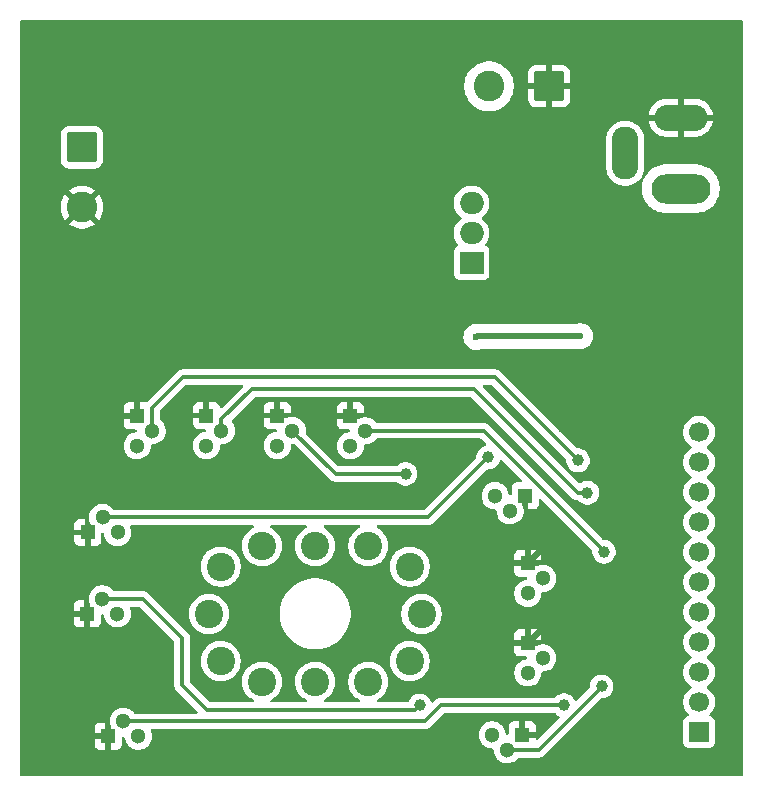
<source format=gbr>
%TF.GenerationSoftware,KiCad,Pcbnew,9.0.1*%
%TF.CreationDate,2025-06-28T16:23:07-04:00*%
%TF.ProjectId,nixie-hvdc,6e697869-652d-4687-9664-632e6b696361,rev?*%
%TF.SameCoordinates,Original*%
%TF.FileFunction,Copper,L2,Bot*%
%TF.FilePolarity,Positive*%
%FSLAX46Y46*%
G04 Gerber Fmt 4.6, Leading zero omitted, Abs format (unit mm)*
G04 Created by KiCad (PCBNEW 9.0.1) date 2025-06-28 16:23:07*
%MOMM*%
%LPD*%
G01*
G04 APERTURE LIST*
G04 Aperture macros list*
%AMRoundRect*
0 Rectangle with rounded corners*
0 $1 Rounding radius*
0 $2 $3 $4 $5 $6 $7 $8 $9 X,Y pos of 4 corners*
0 Add a 4 corners polygon primitive as box body*
4,1,4,$2,$3,$4,$5,$6,$7,$8,$9,$2,$3,0*
0 Add four circle primitives for the rounded corners*
1,1,$1+$1,$2,$3*
1,1,$1+$1,$4,$5*
1,1,$1+$1,$6,$7*
1,1,$1+$1,$8,$9*
0 Add four rect primitives between the rounded corners*
20,1,$1+$1,$2,$3,$4,$5,0*
20,1,$1+$1,$4,$5,$6,$7,0*
20,1,$1+$1,$6,$7,$8,$9,0*
20,1,$1+$1,$8,$9,$2,$3,0*%
G04 Aperture macros list end*
%TA.AperFunction,ComponentPad*%
%ADD10R,1.300000X1.300000*%
%TD*%
%TA.AperFunction,ComponentPad*%
%ADD11C,1.300000*%
%TD*%
%TA.AperFunction,ComponentPad*%
%ADD12O,5.000000X2.500000*%
%TD*%
%TA.AperFunction,ComponentPad*%
%ADD13O,4.500000X2.250000*%
%TD*%
%TA.AperFunction,ComponentPad*%
%ADD14O,2.250000X4.500000*%
%TD*%
%TA.AperFunction,ComponentPad*%
%ADD15C,2.397760*%
%TD*%
%TA.AperFunction,ComponentPad*%
%ADD16R,2.000000X1.905000*%
%TD*%
%TA.AperFunction,ComponentPad*%
%ADD17O,2.000000X1.905000*%
%TD*%
%TA.AperFunction,ComponentPad*%
%ADD18RoundRect,0.250000X-1.050000X1.050000X-1.050000X-1.050000X1.050000X-1.050000X1.050000X1.050000X0*%
%TD*%
%TA.AperFunction,ComponentPad*%
%ADD19C,2.600000*%
%TD*%
%TA.AperFunction,ComponentPad*%
%ADD20R,1.700000X1.700000*%
%TD*%
%TA.AperFunction,ComponentPad*%
%ADD21C,1.700000*%
%TD*%
%TA.AperFunction,ComponentPad*%
%ADD22RoundRect,0.250000X1.050000X1.050000X-1.050000X1.050000X-1.050000X-1.050000X1.050000X-1.050000X0*%
%TD*%
%TA.AperFunction,ViaPad*%
%ADD23C,0.600000*%
%TD*%
%TA.AperFunction,ViaPad*%
%ADD24C,1.000000*%
%TD*%
%TA.AperFunction,Conductor*%
%ADD25C,0.500000*%
%TD*%
%TA.AperFunction,Conductor*%
%ADD26C,0.300000*%
%TD*%
G04 APERTURE END LIST*
D10*
%TO.P,Q9,1,E*%
%TO.N,GND*%
X142540001Y-95460000D03*
D11*
%TO.P,Q9,2,B*%
%TO.N,Net-(Q9-B)*%
X143810001Y-96730000D03*
%TO.P,Q9,3,C*%
%TO.N,/NIXIE_DIGIT_4*%
X142540001Y-98000000D03*
%TD*%
D10*
%TO.P,Q2,1,E*%
%TO.N,GND*%
X148730000Y-95480000D03*
D11*
%TO.P,Q2,2,B*%
%TO.N,Net-(Q2-B)*%
X150000000Y-96750000D03*
%TO.P,Q2,3,C*%
%TO.N,/NIXIE_DIGIT_5*%
X148730000Y-98020000D03*
%TD*%
D12*
%TO.P,J2,1*%
%TO.N,+12V*%
X176700000Y-76250000D03*
D13*
%TO.P,J2,2*%
%TO.N,GND*%
X176700000Y-70250000D03*
D14*
%TO.P,J2,3*%
%TO.N,unconnected-(J2-Pad3)*%
X172000000Y-73250000D03*
%TD*%
D15*
%TO.P,NX1,0,0*%
%TO.N,/NIXIE_DIGIT_0*%
X141251660Y-117998020D03*
%TO.P,NX1,1,1*%
%TO.N,/NIXIE_DIGIT_1*%
X137751540Y-108252040D03*
%TO.P,NX1,2,2*%
%TO.N,/NIXIE_DIGIT_2*%
X141251660Y-106501980D03*
%TO.P,NX1,3,3*%
%TO.N,/NIXIE_DIGIT_3*%
X145750000Y-106501980D03*
%TO.P,NX1,4,4*%
%TO.N,/NIXIE_DIGIT_4*%
X150248340Y-106501980D03*
%TO.P,NX1,5,5*%
%TO.N,/NIXIE_DIGIT_5*%
X153748460Y-108252040D03*
%TO.P,NX1,6,6*%
%TO.N,/NIXIE_DIGIT_6*%
X154749219Y-112250000D03*
%TO.P,NX1,7,7*%
%TO.N,/NIXIE_DIGIT_7*%
X153748460Y-116247960D03*
%TO.P,NX1,8,8*%
%TO.N,/NIXIE_DIGIT_8*%
X150248340Y-117998020D03*
%TO.P,NX1,9,9*%
%TO.N,/NIXIE_DIGIT_9*%
X145750000Y-117998020D03*
%TO.P,NX1,A,A*%
%TO.N,Net-(NX1-PadA)*%
X137751540Y-116247960D03*
%TO.P,NX1,LHDP,LHDP*%
%TO.N,/NIXIE_DIGIT_LHDP*%
X136750781Y-112250000D03*
%TD*%
D10*
%TO.P,Q7,1,E*%
%TO.N,GND*%
X136540001Y-95460000D03*
D11*
%TO.P,Q7,2,B*%
%TO.N,Net-(Q7-B)*%
X137810001Y-96730000D03*
%TO.P,Q7,3,C*%
%TO.N,/NIXIE_DIGIT_3*%
X136540001Y-98000000D03*
%TD*%
D10*
%TO.P,Q3,1,E*%
%TO.N,GND*%
X126480000Y-105360000D03*
D11*
%TO.P,Q3,2,B*%
%TO.N,Net-(Q3-B)*%
X127750000Y-104090000D03*
%TO.P,Q3,3,C*%
%TO.N,/NIXIE_DIGIT_1*%
X129020000Y-105360000D03*
%TD*%
D10*
%TO.P,Q1,1,E*%
%TO.N,GND*%
X128229999Y-122610000D03*
D11*
%TO.P,Q1,2,B*%
%TO.N,Net-(Q1-B)*%
X129499999Y-121340000D03*
%TO.P,Q1,3,C*%
%TO.N,/NIXIE_DIGIT_0*%
X130769999Y-122610000D03*
%TD*%
D16*
%TO.P,Q12,1,G*%
%TO.N,Net-(Q12-G)*%
X159000000Y-82540000D03*
D17*
%TO.P,Q12,2,D*%
%TO.N,Net-(D1-A)*%
X159000000Y-80000000D03*
%TO.P,Q12,3,S*%
%TO.N,Net-(Q12-S)*%
X159000000Y-77460001D03*
%TD*%
D10*
%TO.P,Q8,1,E*%
%TO.N,GND*%
X163750000Y-114710000D03*
D11*
%TO.P,Q8,2,B*%
%TO.N,Net-(Q8-B)*%
X165020000Y-115980000D03*
%TO.P,Q8,3,C*%
%TO.N,/NIXIE_DIGIT_8*%
X163750000Y-117250000D03*
%TD*%
D18*
%TO.P,J4,1,Pin_1*%
%TO.N,/180V*%
X126000000Y-72750000D03*
D19*
%TO.P,J4,2,Pin_2*%
%TO.N,GND*%
X126000000Y-77829999D03*
%TD*%
D10*
%TO.P,Q6,1,E*%
%TO.N,GND*%
X163750000Y-107980000D03*
D11*
%TO.P,Q6,2,B*%
%TO.N,Net-(Q6-B)*%
X165020000Y-109250000D03*
%TO.P,Q6,3,C*%
%TO.N,/NIXIE_DIGIT_7*%
X163750000Y-110520000D03*
%TD*%
D10*
%TO.P,Q5,1,E*%
%TO.N,GND*%
X130680002Y-95479999D03*
D11*
%TO.P,Q5,2,B*%
%TO.N,Net-(Q5-B)*%
X131950002Y-96749999D03*
%TO.P,Q5,3,C*%
%TO.N,/NIXIE_DIGIT_2*%
X130680002Y-98019999D03*
%TD*%
D10*
%TO.P,Q11,1,E*%
%TO.N,GND*%
X126460000Y-112250000D03*
D11*
%TO.P,Q11,2,B*%
%TO.N,Net-(Q11-B)*%
X127730000Y-110980000D03*
%TO.P,Q11,3,C*%
%TO.N,/NIXIE_DIGIT_LHDP*%
X129000000Y-112250000D03*
%TD*%
D20*
%TO.P,J1,1,Pin_1*%
%TO.N,/CTRL_DIGIT_LHDP*%
X178250000Y-122250000D03*
D21*
%TO.P,J1,2,Pin_2*%
%TO.N,/CTRL_DIGIT_0*%
X178250000Y-119710000D03*
%TO.P,J1,3,Pin_3*%
%TO.N,/CTRL_DIGIT_9*%
X178250000Y-117170001D03*
%TO.P,J1,4,Pin_4*%
%TO.N,/CTRL_DIGIT_8*%
X178250000Y-114630000D03*
%TO.P,J1,5,Pin_5*%
%TO.N,/CTRL_DIGIT_7*%
X178250000Y-112090000D03*
%TO.P,J1,6,Pin_6*%
%TO.N,/CTRL_DIGIT_6*%
X178250000Y-109550000D03*
%TO.P,J1,7,Pin_7*%
%TO.N,/CTRL_DIGIT_5*%
X178250000Y-107010000D03*
%TO.P,J1,8,Pin_8*%
%TO.N,/CTRL_DIGIT_4*%
X178250000Y-104469999D03*
%TO.P,J1,9,Pin_9*%
%TO.N,/CTRL_DIGIT_3*%
X178250000Y-101930000D03*
%TO.P,J1,10,Pin_10*%
%TO.N,/CTRL_DIGIT_2*%
X178250000Y-99390000D03*
%TO.P,J1,11,Pin_11*%
%TO.N,/CTRL_DIGIT_1*%
X178250000Y-96850000D03*
%TD*%
D10*
%TO.P,Q10,1,E*%
%TO.N,GND*%
X163270001Y-122500000D03*
D11*
%TO.P,Q10,2,B*%
%TO.N,Net-(Q10-B)*%
X162000001Y-123770000D03*
%TO.P,Q10,3,C*%
%TO.N,/NIXIE_DIGIT_9*%
X160730001Y-122500000D03*
%TD*%
D10*
%TO.P,Q4,1,E*%
%TO.N,GND*%
X163520001Y-102250000D03*
D11*
%TO.P,Q4,2,B*%
%TO.N,Net-(Q4-B)*%
X162250001Y-103520000D03*
%TO.P,Q4,3,C*%
%TO.N,/NIXIE_DIGIT_6*%
X160980001Y-102250000D03*
%TD*%
D22*
%TO.P,J3,1,Pin_1*%
%TO.N,GND*%
X165545001Y-67577500D03*
D19*
%TO.P,J3,2,Pin_2*%
%TO.N,+12V*%
X160465002Y-67577500D03*
%TD*%
D23*
%TO.N,+12V*%
X159400000Y-88800000D03*
X168200000Y-88750000D03*
%TO.N,GND*%
X152000000Y-83100000D03*
X139400000Y-66670000D03*
X149900000Y-62800000D03*
X134660000Y-64750000D03*
X148200000Y-73700000D03*
X152440000Y-64400000D03*
X147400000Y-66400000D03*
X134710000Y-71750000D03*
X174600000Y-93000000D03*
X152000000Y-81300000D03*
X137250000Y-79000000D03*
X170400000Y-67577500D03*
X165800000Y-95000000D03*
X156200000Y-72900000D03*
X139400000Y-71750000D03*
X137250000Y-71750000D03*
X139350000Y-64750000D03*
X134710000Y-74290000D03*
X137200000Y-64750000D03*
D24*
X169600000Y-84200000D03*
D23*
X142280000Y-64400000D03*
X148900000Y-85300000D03*
X134710000Y-66670000D03*
X146000000Y-95460000D03*
D24*
X123800000Y-82000000D03*
D23*
X137250000Y-66670000D03*
X150700000Y-85400000D03*
X173600000Y-79100000D03*
X161700000Y-76000000D03*
X142280000Y-62800000D03*
X167100000Y-79100000D03*
D24*
X137200000Y-81800000D03*
D23*
X139400000Y-69210000D03*
X147360000Y-64400000D03*
X149900000Y-64400000D03*
X157800000Y-99200000D03*
X148900000Y-83200000D03*
X156200000Y-71000000D03*
X134000000Y-95479999D03*
X134660000Y-62800000D03*
X134710000Y-76830000D03*
X152440000Y-62800000D03*
X148200000Y-75600000D03*
X140000000Y-95460000D03*
X158300000Y-74100000D03*
X137200000Y-62800000D03*
X137250000Y-74290000D03*
X160300000Y-90300000D03*
X143400000Y-66400000D03*
X166000000Y-104400000D03*
X144820000Y-62800000D03*
X134710000Y-69210000D03*
X147400000Y-68000000D03*
X139400000Y-79000000D03*
X139400000Y-76830000D03*
X163300000Y-77500000D03*
X139740000Y-62800000D03*
X137250000Y-76830000D03*
X166800000Y-124600000D03*
X167800000Y-113600000D03*
X143400000Y-68000000D03*
X137250000Y-69210000D03*
X148900000Y-81300000D03*
X148900000Y-87500000D03*
X144820000Y-64400000D03*
X169200000Y-79100000D03*
X125200000Y-108400000D03*
X125400000Y-122600000D03*
X147360000Y-62800000D03*
X164800000Y-79100000D03*
X134710000Y-79000000D03*
X154980000Y-62800000D03*
X171500000Y-79100000D03*
D24*
X172200000Y-81800000D03*
D23*
X139400000Y-74290000D03*
X152600000Y-85000000D03*
X154980000Y-64400000D03*
D24*
%TO.N,Net-(Q1-B)*%
X166813173Y-119986827D03*
%TO.N,Net-(Q2-B)*%
X170200000Y-107000000D03*
%TO.N,Net-(Q3-B)*%
X160400000Y-99000000D03*
%TO.N,Net-(Q5-B)*%
X168000000Y-99250000D03*
%TO.N,Net-(Q7-B)*%
X168800000Y-102000000D03*
%TO.N,Net-(Q9-B)*%
X153400000Y-100400000D03*
%TO.N,Net-(Q10-B)*%
X170000000Y-118400000D03*
%TO.N,Net-(Q11-B)*%
X154600000Y-120000000D03*
%TD*%
D25*
%TO.N,+12V*%
X159450000Y-88750000D02*
X159400000Y-88800000D01*
X168200000Y-88750000D02*
X159450000Y-88750000D01*
%TO.N,GND*%
X164860000Y-113600000D02*
X167800000Y-113600000D01*
X163750000Y-114710000D02*
X164860000Y-113600000D01*
X166000000Y-104400000D02*
X166000000Y-105730000D01*
X166000000Y-105730000D02*
X163750000Y-107980000D01*
D26*
%TO.N,Net-(Q1-B)*%
X166800000Y-120000000D02*
X156400000Y-120000000D01*
X166813173Y-119986827D02*
X166800000Y-120000000D01*
X155060000Y-121340000D02*
X129499999Y-121340000D01*
X156400000Y-120000000D02*
X155060000Y-121340000D01*
%TO.N,Net-(Q2-B)*%
X160022001Y-96750000D02*
X170200000Y-106927999D01*
X170200000Y-106927999D02*
X170200000Y-107000000D01*
X150000000Y-96750000D02*
X160022001Y-96750000D01*
%TO.N,Net-(Q3-B)*%
X160400000Y-99000000D02*
X155310000Y-104090000D01*
X155310000Y-104090000D02*
X127750000Y-104090000D01*
%TO.N,Net-(Q5-B)*%
X131950002Y-94799998D02*
X134550000Y-92200000D01*
X160950000Y-92200000D02*
X168000000Y-99250000D01*
X131950002Y-96749999D02*
X131950002Y-94799998D01*
X134550000Y-92200000D02*
X160950000Y-92200000D01*
%TO.N,Net-(Q7-B)*%
X140400000Y-93200000D02*
X137810001Y-95789999D01*
X159200000Y-93200000D02*
X140400000Y-93200000D01*
X168800000Y-102000000D02*
X168000000Y-102000000D01*
X168000000Y-102000000D02*
X159200000Y-93200000D01*
X137810001Y-95789999D02*
X137810001Y-96730000D01*
%TO.N,Net-(Q9-B)*%
X153400000Y-100400000D02*
X147480001Y-100400000D01*
X147480001Y-100400000D02*
X143810001Y-96730000D01*
%TO.N,Net-(Q10-B)*%
X162000001Y-123770000D02*
X164657760Y-123770000D01*
X164657760Y-123770000D02*
X170000000Y-118427760D01*
X170000000Y-118427760D02*
X170000000Y-118400000D01*
%TO.N,Net-(Q11-B)*%
X154200000Y-120400000D02*
X136600000Y-120400000D01*
X154600000Y-120000000D02*
X154200000Y-120400000D01*
X134482814Y-118282814D02*
X134482814Y-114282814D01*
X131180000Y-110980000D02*
X127730000Y-110980000D01*
X136600000Y-120400000D02*
X134482814Y-118282814D01*
X134482814Y-114282814D02*
X131180000Y-110980000D01*
%TD*%
%TA.AperFunction,Conductor*%
%TO.N,GND*%
G36*
X181942539Y-62020185D02*
G01*
X181988294Y-62072989D01*
X181999500Y-62124500D01*
X181999500Y-125875500D01*
X181979815Y-125942539D01*
X181927011Y-125988294D01*
X181875500Y-125999500D01*
X120874500Y-125999500D01*
X120807461Y-125979815D01*
X120761706Y-125927011D01*
X120750500Y-125875500D01*
X120750500Y-111552155D01*
X125310000Y-111552155D01*
X125310000Y-112000000D01*
X126179670Y-112000000D01*
X126159925Y-112019745D01*
X126110556Y-112105255D01*
X126085000Y-112200630D01*
X126085000Y-112299370D01*
X126110556Y-112394745D01*
X126159925Y-112480255D01*
X126179670Y-112500000D01*
X125310000Y-112500000D01*
X125310000Y-112947844D01*
X125316401Y-113007372D01*
X125316403Y-113007379D01*
X125366645Y-113142086D01*
X125366649Y-113142093D01*
X125452809Y-113257187D01*
X125452812Y-113257190D01*
X125567906Y-113343350D01*
X125567913Y-113343354D01*
X125702620Y-113393596D01*
X125702627Y-113393598D01*
X125762155Y-113399999D01*
X125762172Y-113400000D01*
X126210000Y-113400000D01*
X126210000Y-112530330D01*
X126229745Y-112550075D01*
X126315255Y-112599444D01*
X126410630Y-112625000D01*
X126509370Y-112625000D01*
X126604745Y-112599444D01*
X126690255Y-112550075D01*
X126710000Y-112530330D01*
X126710000Y-113400000D01*
X127157828Y-113400000D01*
X127157844Y-113399999D01*
X127217372Y-113393598D01*
X127217379Y-113393596D01*
X127352086Y-113343354D01*
X127352093Y-113343350D01*
X127467187Y-113257190D01*
X127467190Y-113257187D01*
X127553350Y-113142093D01*
X127553354Y-113142086D01*
X127603596Y-113007379D01*
X127603598Y-113007372D01*
X127609999Y-112947844D01*
X127610000Y-112947827D01*
X127610000Y-112403974D01*
X127629685Y-112336935D01*
X127682489Y-112291180D01*
X127751647Y-112281236D01*
X127815203Y-112310261D01*
X127852977Y-112369039D01*
X127856473Y-112384576D01*
X127877829Y-112519410D01*
X127933787Y-112691636D01*
X127933788Y-112691639D01*
X128016006Y-112852997D01*
X128122441Y-112999494D01*
X128122445Y-112999499D01*
X128250500Y-113127554D01*
X128250505Y-113127558D01*
X128378287Y-113220396D01*
X128397006Y-113233996D01*
X128502484Y-113287740D01*
X128558360Y-113316211D01*
X128558363Y-113316212D01*
X128636369Y-113341557D01*
X128730591Y-113372171D01*
X128813429Y-113385291D01*
X128909449Y-113400500D01*
X128909454Y-113400500D01*
X129090551Y-113400500D01*
X129177259Y-113386765D01*
X129269409Y-113372171D01*
X129441639Y-113316211D01*
X129602994Y-113233996D01*
X129749501Y-113127553D01*
X129877553Y-112999501D01*
X129983996Y-112852994D01*
X130066211Y-112691639D01*
X130122171Y-112519409D01*
X130141916Y-112394745D01*
X130150500Y-112340551D01*
X130150500Y-112159448D01*
X130122665Y-111983713D01*
X130122171Y-111980591D01*
X130066211Y-111808361D01*
X130064346Y-111803858D01*
X130066021Y-111803163D01*
X130054553Y-111742143D01*
X130080821Y-111677399D01*
X130137921Y-111637134D01*
X130177936Y-111630500D01*
X130859192Y-111630500D01*
X130926231Y-111650185D01*
X130946873Y-111666819D01*
X133795995Y-114515941D01*
X133829480Y-114577264D01*
X133832314Y-114603622D01*
X133832314Y-118346883D01*
X133832314Y-118346885D01*
X133832313Y-118346885D01*
X133854504Y-118458440D01*
X133857312Y-118472554D01*
X133857314Y-118472561D01*
X133906347Y-118590939D01*
X133977540Y-118697487D01*
X133977541Y-118697488D01*
X135757874Y-120477819D01*
X135791359Y-120539142D01*
X135786375Y-120608833D01*
X135744503Y-120664767D01*
X135679039Y-120689184D01*
X135670193Y-120689500D01*
X130512662Y-120689500D01*
X130445623Y-120669815D01*
X130412344Y-120638385D01*
X130377557Y-120590505D01*
X130377553Y-120590500D01*
X130249498Y-120462445D01*
X130249493Y-120462441D01*
X130102996Y-120356006D01*
X130102995Y-120356005D01*
X130102993Y-120356004D01*
X130051299Y-120329664D01*
X129941638Y-120273788D01*
X129941635Y-120273787D01*
X129769409Y-120217829D01*
X129590550Y-120189500D01*
X129590545Y-120189500D01*
X129409453Y-120189500D01*
X129409448Y-120189500D01*
X129230588Y-120217829D01*
X129058362Y-120273787D01*
X129058359Y-120273788D01*
X128897001Y-120356006D01*
X128750504Y-120462441D01*
X128750499Y-120462445D01*
X128622444Y-120590500D01*
X128622440Y-120590505D01*
X128516005Y-120737002D01*
X128433787Y-120898360D01*
X128433786Y-120898363D01*
X128377828Y-121070589D01*
X128349499Y-121249448D01*
X128349499Y-121430551D01*
X128377828Y-121609410D01*
X128433786Y-121781636D01*
X128433789Y-121781643D01*
X128466483Y-121845806D01*
X128479999Y-121902102D01*
X128479999Y-122329670D01*
X128460254Y-122309925D01*
X128374744Y-122260556D01*
X128279369Y-122235000D01*
X128180629Y-122235000D01*
X128085254Y-122260556D01*
X127999744Y-122309925D01*
X127979999Y-122329670D01*
X127979999Y-121460000D01*
X127532154Y-121460000D01*
X127472626Y-121466401D01*
X127472619Y-121466403D01*
X127337912Y-121516645D01*
X127337905Y-121516649D01*
X127222811Y-121602809D01*
X127222808Y-121602812D01*
X127136648Y-121717906D01*
X127136644Y-121717913D01*
X127086402Y-121852620D01*
X127086400Y-121852627D01*
X127079999Y-121912155D01*
X127079999Y-122360000D01*
X127949669Y-122360000D01*
X127929924Y-122379745D01*
X127880555Y-122465255D01*
X127854999Y-122560630D01*
X127854999Y-122659370D01*
X127880555Y-122754745D01*
X127929924Y-122840255D01*
X127949669Y-122860000D01*
X127079999Y-122860000D01*
X127079999Y-123307844D01*
X127086400Y-123367372D01*
X127086402Y-123367379D01*
X127136644Y-123502086D01*
X127136648Y-123502093D01*
X127222808Y-123617187D01*
X127222811Y-123617190D01*
X127337905Y-123703350D01*
X127337912Y-123703354D01*
X127472619Y-123753596D01*
X127472626Y-123753598D01*
X127532154Y-123759999D01*
X127532171Y-123760000D01*
X127979999Y-123760000D01*
X127979999Y-122890330D01*
X127999744Y-122910075D01*
X128085254Y-122959444D01*
X128180629Y-122985000D01*
X128279369Y-122985000D01*
X128374744Y-122959444D01*
X128460254Y-122910075D01*
X128479999Y-122890330D01*
X128479999Y-123760000D01*
X128927827Y-123760000D01*
X128927843Y-123759999D01*
X128987371Y-123753598D01*
X128987378Y-123753596D01*
X129122085Y-123703354D01*
X129122092Y-123703350D01*
X129237186Y-123617190D01*
X129237189Y-123617187D01*
X129323349Y-123502093D01*
X129323353Y-123502086D01*
X129373595Y-123367379D01*
X129373597Y-123367372D01*
X129379998Y-123307844D01*
X129379999Y-123307827D01*
X129379999Y-122763974D01*
X129399684Y-122696935D01*
X129452488Y-122651180D01*
X129521646Y-122641236D01*
X129585202Y-122670261D01*
X129622976Y-122729039D01*
X129626472Y-122744576D01*
X129647828Y-122879410D01*
X129703786Y-123051636D01*
X129703787Y-123051639D01*
X129752827Y-123147883D01*
X129783194Y-123207482D01*
X129786005Y-123212997D01*
X129892440Y-123359494D01*
X129892444Y-123359499D01*
X130020499Y-123487554D01*
X130020504Y-123487558D01*
X130128762Y-123566211D01*
X130167005Y-123593996D01*
X130272483Y-123647740D01*
X130328359Y-123676211D01*
X130328362Y-123676212D01*
X130411887Y-123703350D01*
X130500590Y-123732171D01*
X130583428Y-123745291D01*
X130679448Y-123760500D01*
X130679453Y-123760500D01*
X130860550Y-123760500D01*
X130947258Y-123746765D01*
X131039408Y-123732171D01*
X131211638Y-123676211D01*
X131372993Y-123593996D01*
X131519500Y-123487553D01*
X131647552Y-123359501D01*
X131753995Y-123212994D01*
X131836210Y-123051639D01*
X131892170Y-122879409D01*
X131911915Y-122754745D01*
X131920499Y-122700551D01*
X131920499Y-122519448D01*
X131902563Y-122406211D01*
X131892170Y-122340591D01*
X131857862Y-122235000D01*
X131836211Y-122168363D01*
X131834345Y-122163858D01*
X131836020Y-122163163D01*
X131824552Y-122102143D01*
X131850820Y-122037399D01*
X131907920Y-121997134D01*
X131947935Y-121990500D01*
X155124071Y-121990500D01*
X155208615Y-121973682D01*
X155249744Y-121965501D01*
X155368127Y-121916465D01*
X155395614Y-121898099D01*
X155474669Y-121845277D01*
X156633126Y-120686818D01*
X156694449Y-120653334D01*
X156720807Y-120650500D01*
X166010563Y-120650500D01*
X166077602Y-120670185D01*
X166098239Y-120686814D01*
X166143005Y-120731580D01*
X166175392Y-120763967D01*
X166339252Y-120873455D01*
X166339256Y-120873457D01*
X166339259Y-120873459D01*
X166376470Y-120888872D01*
X166430872Y-120932712D01*
X166452938Y-120999006D01*
X166435659Y-121066705D01*
X166416698Y-121091114D01*
X164631682Y-122876131D01*
X164570359Y-122909616D01*
X164500667Y-122904632D01*
X164444734Y-122862760D01*
X164420317Y-122797296D01*
X164420001Y-122788450D01*
X164420001Y-122750000D01*
X163550331Y-122750000D01*
X163570076Y-122730255D01*
X163619445Y-122644745D01*
X163645001Y-122549370D01*
X163645001Y-122450630D01*
X163619445Y-122355255D01*
X163570076Y-122269745D01*
X163550331Y-122250000D01*
X164420001Y-122250000D01*
X164420001Y-121802172D01*
X164420000Y-121802155D01*
X164413599Y-121742627D01*
X164413597Y-121742620D01*
X164363355Y-121607913D01*
X164363351Y-121607906D01*
X164277191Y-121492812D01*
X164277188Y-121492809D01*
X164162094Y-121406649D01*
X164162087Y-121406645D01*
X164027380Y-121356403D01*
X164027373Y-121356401D01*
X163967845Y-121350000D01*
X163520001Y-121350000D01*
X163520001Y-122219670D01*
X163500256Y-122199925D01*
X163414746Y-122150556D01*
X163319371Y-122125000D01*
X163220631Y-122125000D01*
X163125256Y-122150556D01*
X163039746Y-122199925D01*
X163020001Y-122219670D01*
X163020001Y-121350000D01*
X162572156Y-121350000D01*
X162512628Y-121356401D01*
X162512621Y-121356403D01*
X162377914Y-121406645D01*
X162377907Y-121406649D01*
X162262813Y-121492809D01*
X162262810Y-121492812D01*
X162176650Y-121607906D01*
X162176646Y-121607913D01*
X162126404Y-121742620D01*
X162126402Y-121742627D01*
X162120001Y-121802155D01*
X162120001Y-122346025D01*
X162100316Y-122413064D01*
X162047512Y-122458819D01*
X161978354Y-122468763D01*
X161914798Y-122439738D01*
X161877024Y-122380960D01*
X161873528Y-122365423D01*
X161852870Y-122235000D01*
X161852172Y-122230591D01*
X161817864Y-122125000D01*
X161796213Y-122058363D01*
X161796212Y-122058360D01*
X161761635Y-121990500D01*
X161713997Y-121897006D01*
X161676414Y-121845277D01*
X161607559Y-121750505D01*
X161607555Y-121750500D01*
X161479500Y-121622445D01*
X161479495Y-121622441D01*
X161332998Y-121516006D01*
X161332997Y-121516005D01*
X161332995Y-121516004D01*
X161281301Y-121489664D01*
X161171640Y-121433788D01*
X161171637Y-121433787D01*
X160999411Y-121377829D01*
X160820552Y-121349500D01*
X160820547Y-121349500D01*
X160639455Y-121349500D01*
X160639450Y-121349500D01*
X160460590Y-121377829D01*
X160288364Y-121433787D01*
X160288361Y-121433788D01*
X160127003Y-121516006D01*
X159980506Y-121622441D01*
X159980501Y-121622445D01*
X159852446Y-121750500D01*
X159852442Y-121750505D01*
X159746007Y-121897002D01*
X159663789Y-122058360D01*
X159663788Y-122058363D01*
X159607830Y-122230589D01*
X159579501Y-122409448D01*
X159579501Y-122590551D01*
X159607830Y-122769410D01*
X159663788Y-122941636D01*
X159663789Y-122941639D01*
X159746007Y-123102997D01*
X159852442Y-123249494D01*
X159852446Y-123249499D01*
X159980501Y-123377554D01*
X159980506Y-123377558D01*
X160090603Y-123457547D01*
X160127007Y-123483996D01*
X160232485Y-123537740D01*
X160288361Y-123566211D01*
X160288364Y-123566212D01*
X160373868Y-123593993D01*
X160460592Y-123622171D01*
X160543430Y-123635291D01*
X160639450Y-123650500D01*
X160725501Y-123650500D01*
X160792540Y-123670185D01*
X160838295Y-123722989D01*
X160849501Y-123774500D01*
X160849501Y-123860551D01*
X160877830Y-124039410D01*
X160933788Y-124211636D01*
X160933789Y-124211639D01*
X161016007Y-124372997D01*
X161122442Y-124519494D01*
X161122446Y-124519499D01*
X161250501Y-124647554D01*
X161250506Y-124647558D01*
X161378288Y-124740396D01*
X161397007Y-124753996D01*
X161502485Y-124807740D01*
X161558361Y-124836211D01*
X161558364Y-124836212D01*
X161644477Y-124864191D01*
X161730592Y-124892171D01*
X161813430Y-124905291D01*
X161909450Y-124920500D01*
X161909455Y-124920500D01*
X162090552Y-124920500D01*
X162177260Y-124906765D01*
X162269410Y-124892171D01*
X162441640Y-124836211D01*
X162602995Y-124753996D01*
X162749502Y-124647553D01*
X162877554Y-124519501D01*
X162880317Y-124515697D01*
X162912346Y-124471615D01*
X162967675Y-124428949D01*
X163012664Y-124420500D01*
X164721831Y-124420500D01*
X164806375Y-124403682D01*
X164847504Y-124395501D01*
X164965887Y-124346465D01*
X164993374Y-124328099D01*
X165072429Y-124275277D01*
X169910887Y-119436819D01*
X169972210Y-119403334D01*
X169998568Y-119400500D01*
X170098543Y-119400500D01*
X170229265Y-119374497D01*
X170291835Y-119362051D01*
X170473914Y-119286632D01*
X170637782Y-119177139D01*
X170777139Y-119037782D01*
X170886632Y-118873914D01*
X170962051Y-118691835D01*
X170995438Y-118523990D01*
X171000500Y-118498543D01*
X171000500Y-118301456D01*
X170962052Y-118108170D01*
X170962051Y-118108169D01*
X170962051Y-118108165D01*
X170922785Y-118013368D01*
X170886635Y-117926092D01*
X170886628Y-117926079D01*
X170777139Y-117762218D01*
X170777136Y-117762214D01*
X170637785Y-117622863D01*
X170637781Y-117622860D01*
X170473920Y-117513371D01*
X170473907Y-117513364D01*
X170291839Y-117437950D01*
X170291829Y-117437947D01*
X170098543Y-117399500D01*
X170098541Y-117399500D01*
X169901459Y-117399500D01*
X169901457Y-117399500D01*
X169708170Y-117437947D01*
X169708160Y-117437950D01*
X169526092Y-117513364D01*
X169526079Y-117513371D01*
X169362218Y-117622860D01*
X169362214Y-117622863D01*
X169222863Y-117762214D01*
X169222860Y-117762218D01*
X169113371Y-117926079D01*
X169113364Y-117926092D01*
X169037950Y-118108160D01*
X169037947Y-118108170D01*
X168999500Y-118301456D01*
X168999500Y-118456951D01*
X168979815Y-118523990D01*
X168963181Y-118544632D01*
X167917460Y-119590352D01*
X167856137Y-119623837D01*
X167786445Y-119618853D01*
X167730512Y-119576981D01*
X167715219Y-119550127D01*
X167699805Y-119512913D01*
X167699803Y-119512910D01*
X167699801Y-119512906D01*
X167590312Y-119349045D01*
X167590309Y-119349041D01*
X167450958Y-119209690D01*
X167450954Y-119209687D01*
X167287093Y-119100198D01*
X167287080Y-119100191D01*
X167105012Y-119024777D01*
X167105002Y-119024774D01*
X166911716Y-118986327D01*
X166911714Y-118986327D01*
X166714632Y-118986327D01*
X166714630Y-118986327D01*
X166521343Y-119024774D01*
X166521333Y-119024777D01*
X166339265Y-119100191D01*
X166339252Y-119100198D01*
X166175392Y-119209686D01*
X166123645Y-119261433D01*
X166071896Y-119313182D01*
X166010576Y-119346666D01*
X165984217Y-119349500D01*
X156335929Y-119349500D01*
X156210261Y-119374497D01*
X156210255Y-119374499D01*
X156091875Y-119423533D01*
X156091866Y-119423538D01*
X155985331Y-119494723D01*
X155754734Y-119725319D01*
X155693411Y-119758803D01*
X155623719Y-119753819D01*
X155567786Y-119711947D01*
X155552497Y-119685099D01*
X155486632Y-119526086D01*
X155486630Y-119526083D01*
X155486628Y-119526079D01*
X155377139Y-119362218D01*
X155377136Y-119362214D01*
X155237785Y-119222863D01*
X155237781Y-119222860D01*
X155073920Y-119113371D01*
X155073907Y-119113364D01*
X154891839Y-119037950D01*
X154891829Y-119037947D01*
X154698543Y-118999500D01*
X154698541Y-118999500D01*
X154501459Y-118999500D01*
X154501457Y-118999500D01*
X154308170Y-119037947D01*
X154308160Y-119037950D01*
X154126092Y-119113364D01*
X154126079Y-119113371D01*
X153962218Y-119222860D01*
X153962214Y-119222863D01*
X153822863Y-119362214D01*
X153822860Y-119362218D01*
X153713371Y-119526079D01*
X153713364Y-119526091D01*
X153652535Y-119672952D01*
X153608695Y-119727356D01*
X153542401Y-119749421D01*
X153537974Y-119749500D01*
X151076223Y-119749500D01*
X151009184Y-119729815D01*
X150963429Y-119677011D01*
X150953485Y-119607853D01*
X150982510Y-119544297D01*
X151014222Y-119518113D01*
X151054734Y-119494723D01*
X151194491Y-119414034D01*
X151371223Y-119278423D01*
X151528743Y-119120903D01*
X151664354Y-118944171D01*
X151775738Y-118751249D01*
X151860987Y-118545440D01*
X151918643Y-118330264D01*
X151947720Y-118109403D01*
X151947720Y-117886637D01*
X151918643Y-117665776D01*
X151860987Y-117450600D01*
X151775738Y-117244791D01*
X151775736Y-117244788D01*
X151775734Y-117244783D01*
X151664358Y-117051876D01*
X151664354Y-117051869D01*
X151596927Y-116963996D01*
X151528744Y-116875138D01*
X151528738Y-116875131D01*
X151371228Y-116717621D01*
X151371221Y-116717615D01*
X151194499Y-116582012D01*
X151194497Y-116582010D01*
X151194491Y-116582006D01*
X151194486Y-116582003D01*
X151194483Y-116582001D01*
X151001576Y-116470625D01*
X151001565Y-116470620D01*
X150795762Y-116385373D01*
X150680450Y-116354475D01*
X150580584Y-116327717D01*
X150580578Y-116327716D01*
X150580573Y-116327715D01*
X150359732Y-116298641D01*
X150359729Y-116298640D01*
X150359723Y-116298640D01*
X150136957Y-116298640D01*
X150136951Y-116298640D01*
X150136947Y-116298641D01*
X149916106Y-116327715D01*
X149916099Y-116327716D01*
X149916096Y-116327717D01*
X149873885Y-116339027D01*
X149700917Y-116385373D01*
X149495114Y-116470620D01*
X149495103Y-116470625D01*
X149302196Y-116582001D01*
X149302180Y-116582012D01*
X149125458Y-116717615D01*
X149125451Y-116717621D01*
X148967941Y-116875131D01*
X148967935Y-116875138D01*
X148832332Y-117051860D01*
X148832321Y-117051876D01*
X148720945Y-117244783D01*
X148720940Y-117244794D01*
X148635693Y-117450597D01*
X148578038Y-117665773D01*
X148578035Y-117665786D01*
X148548961Y-117886627D01*
X148548960Y-117886643D01*
X148548960Y-118109396D01*
X148548961Y-118109412D01*
X148578035Y-118330253D01*
X148578036Y-118330258D01*
X148578037Y-118330264D01*
X148589266Y-118372170D01*
X148635693Y-118545442D01*
X148720940Y-118751245D01*
X148720945Y-118751256D01*
X148832321Y-118944163D01*
X148832332Y-118944179D01*
X148967935Y-119120901D01*
X148967941Y-119120908D01*
X149125451Y-119278418D01*
X149125458Y-119278424D01*
X149234441Y-119362049D01*
X149302189Y-119414034D01*
X149441946Y-119494723D01*
X149482458Y-119518113D01*
X149530673Y-119568680D01*
X149543895Y-119637288D01*
X149517927Y-119702152D01*
X149461013Y-119742680D01*
X149420457Y-119749500D01*
X146577883Y-119749500D01*
X146510844Y-119729815D01*
X146465089Y-119677011D01*
X146455145Y-119607853D01*
X146484170Y-119544297D01*
X146515882Y-119518113D01*
X146556394Y-119494723D01*
X146696151Y-119414034D01*
X146872883Y-119278423D01*
X147030403Y-119120903D01*
X147166014Y-118944171D01*
X147277398Y-118751249D01*
X147362647Y-118545440D01*
X147420303Y-118330264D01*
X147449380Y-118109403D01*
X147449380Y-117886637D01*
X147420303Y-117665776D01*
X147362647Y-117450600D01*
X147277398Y-117244791D01*
X147277396Y-117244788D01*
X147277394Y-117244783D01*
X147166018Y-117051876D01*
X147166014Y-117051869D01*
X147098587Y-116963996D01*
X147030404Y-116875138D01*
X147030398Y-116875131D01*
X146872888Y-116717621D01*
X146872881Y-116717615D01*
X146696159Y-116582012D01*
X146696157Y-116582010D01*
X146696151Y-116582006D01*
X146696146Y-116582003D01*
X146696143Y-116582001D01*
X146503236Y-116470625D01*
X146503225Y-116470620D01*
X146297422Y-116385373D01*
X146182110Y-116354475D01*
X146082244Y-116327717D01*
X146082238Y-116327716D01*
X146082233Y-116327715D01*
X145861392Y-116298641D01*
X145861389Y-116298640D01*
X145861383Y-116298640D01*
X145638617Y-116298640D01*
X145638611Y-116298640D01*
X145638607Y-116298641D01*
X145417766Y-116327715D01*
X145417759Y-116327716D01*
X145417756Y-116327717D01*
X145375545Y-116339027D01*
X145202577Y-116385373D01*
X144996774Y-116470620D01*
X144996763Y-116470625D01*
X144803856Y-116582001D01*
X144803840Y-116582012D01*
X144627118Y-116717615D01*
X144627111Y-116717621D01*
X144469601Y-116875131D01*
X144469595Y-116875138D01*
X144333992Y-117051860D01*
X144333981Y-117051876D01*
X144222605Y-117244783D01*
X144222600Y-117244794D01*
X144137353Y-117450597D01*
X144079698Y-117665773D01*
X144079695Y-117665786D01*
X144050621Y-117886627D01*
X144050620Y-117886643D01*
X144050620Y-118109396D01*
X144050621Y-118109412D01*
X144079695Y-118330253D01*
X144079696Y-118330258D01*
X144079697Y-118330264D01*
X144090926Y-118372170D01*
X144137353Y-118545442D01*
X144222600Y-118751245D01*
X144222605Y-118751256D01*
X144333981Y-118944163D01*
X144333992Y-118944179D01*
X144469595Y-119120901D01*
X144469601Y-119120908D01*
X144627111Y-119278418D01*
X144627118Y-119278424D01*
X144736101Y-119362049D01*
X144803849Y-119414034D01*
X144943606Y-119494723D01*
X144984118Y-119518113D01*
X145032333Y-119568680D01*
X145045555Y-119637288D01*
X145019587Y-119702152D01*
X144962673Y-119742680D01*
X144922117Y-119749500D01*
X142079543Y-119749500D01*
X142012504Y-119729815D01*
X141966749Y-119677011D01*
X141956805Y-119607853D01*
X141985830Y-119544297D01*
X142017542Y-119518113D01*
X142058054Y-119494723D01*
X142197811Y-119414034D01*
X142374543Y-119278423D01*
X142532063Y-119120903D01*
X142667674Y-118944171D01*
X142779058Y-118751249D01*
X142864307Y-118545440D01*
X142921963Y-118330264D01*
X142951040Y-118109403D01*
X142951040Y-117886637D01*
X142921963Y-117665776D01*
X142864307Y-117450600D01*
X142779058Y-117244791D01*
X142779056Y-117244788D01*
X142779054Y-117244783D01*
X142667678Y-117051876D01*
X142667674Y-117051869D01*
X142600247Y-116963996D01*
X142532064Y-116875138D01*
X142532058Y-116875131D01*
X142374548Y-116717621D01*
X142374541Y-116717615D01*
X142197819Y-116582012D01*
X142197817Y-116582010D01*
X142197811Y-116582006D01*
X142197806Y-116582003D01*
X142197803Y-116582001D01*
X142004896Y-116470625D01*
X142004885Y-116470620D01*
X141799082Y-116385373D01*
X141683770Y-116354475D01*
X141583904Y-116327717D01*
X141583898Y-116327716D01*
X141583893Y-116327715D01*
X141363052Y-116298641D01*
X141363049Y-116298640D01*
X141363043Y-116298640D01*
X141140277Y-116298640D01*
X141140271Y-116298640D01*
X141140267Y-116298641D01*
X140919426Y-116327715D01*
X140919419Y-116327716D01*
X140919416Y-116327717D01*
X140877205Y-116339027D01*
X140704237Y-116385373D01*
X140498434Y-116470620D01*
X140498423Y-116470625D01*
X140305516Y-116582001D01*
X140305500Y-116582012D01*
X140128778Y-116717615D01*
X140128771Y-116717621D01*
X139971261Y-116875131D01*
X139971255Y-116875138D01*
X139835652Y-117051860D01*
X139835641Y-117051876D01*
X139724265Y-117244783D01*
X139724260Y-117244794D01*
X139639013Y-117450597D01*
X139581358Y-117665773D01*
X139581355Y-117665786D01*
X139552281Y-117886627D01*
X139552280Y-117886643D01*
X139552280Y-118109396D01*
X139552281Y-118109412D01*
X139581355Y-118330253D01*
X139581356Y-118330258D01*
X139581357Y-118330264D01*
X139592586Y-118372170D01*
X139639013Y-118545442D01*
X139724260Y-118751245D01*
X139724265Y-118751256D01*
X139835641Y-118944163D01*
X139835652Y-118944179D01*
X139971255Y-119120901D01*
X139971261Y-119120908D01*
X140128771Y-119278418D01*
X140128778Y-119278424D01*
X140237761Y-119362049D01*
X140305509Y-119414034D01*
X140445266Y-119494723D01*
X140485778Y-119518113D01*
X140533993Y-119568680D01*
X140547215Y-119637288D01*
X140521247Y-119702152D01*
X140464333Y-119742680D01*
X140423777Y-119749500D01*
X136920807Y-119749500D01*
X136853768Y-119729815D01*
X136833126Y-119713181D01*
X135169633Y-118049687D01*
X135136148Y-117988364D01*
X135133314Y-117962006D01*
X135133314Y-116136583D01*
X136052160Y-116136583D01*
X136052160Y-116359336D01*
X136052161Y-116359352D01*
X136081235Y-116580193D01*
X136081236Y-116580198D01*
X136081237Y-116580204D01*
X136107995Y-116680070D01*
X136138893Y-116795382D01*
X136224140Y-117001185D01*
X136224145Y-117001196D01*
X136335521Y-117194103D01*
X136335532Y-117194119D01*
X136471135Y-117370841D01*
X136471141Y-117370848D01*
X136628651Y-117528358D01*
X136628657Y-117528363D01*
X136805389Y-117663974D01*
X136817510Y-117670972D01*
X136998303Y-117775354D01*
X136998308Y-117775356D01*
X136998311Y-117775358D01*
X137101215Y-117817982D01*
X137204117Y-117860606D01*
X137204118Y-117860606D01*
X137204120Y-117860607D01*
X137419296Y-117918263D01*
X137640157Y-117947340D01*
X137640164Y-117947340D01*
X137862916Y-117947340D01*
X137862923Y-117947340D01*
X138083784Y-117918263D01*
X138298960Y-117860607D01*
X138504769Y-117775358D01*
X138697691Y-117663974D01*
X138874423Y-117528363D01*
X139031943Y-117370843D01*
X139167554Y-117194111D01*
X139278938Y-117001189D01*
X139364187Y-116795380D01*
X139421843Y-116580204D01*
X139450920Y-116359343D01*
X139450920Y-116136583D01*
X152049080Y-116136583D01*
X152049080Y-116359336D01*
X152049081Y-116359352D01*
X152078155Y-116580193D01*
X152078156Y-116580198D01*
X152078157Y-116580204D01*
X152104915Y-116680070D01*
X152135813Y-116795382D01*
X152221060Y-117001185D01*
X152221065Y-117001196D01*
X152332441Y-117194103D01*
X152332452Y-117194119D01*
X152468055Y-117370841D01*
X152468061Y-117370848D01*
X152625571Y-117528358D01*
X152625577Y-117528363D01*
X152802309Y-117663974D01*
X152814430Y-117670972D01*
X152995223Y-117775354D01*
X152995228Y-117775356D01*
X152995231Y-117775358D01*
X153098135Y-117817982D01*
X153201037Y-117860606D01*
X153201038Y-117860606D01*
X153201040Y-117860607D01*
X153416216Y-117918263D01*
X153637077Y-117947340D01*
X153637084Y-117947340D01*
X153859836Y-117947340D01*
X153859843Y-117947340D01*
X154080704Y-117918263D01*
X154295880Y-117860607D01*
X154501689Y-117775358D01*
X154694611Y-117663974D01*
X154871343Y-117528363D01*
X155028863Y-117370843D01*
X155164474Y-117194111D01*
X155184487Y-117159448D01*
X162599500Y-117159448D01*
X162599500Y-117340551D01*
X162627829Y-117519410D01*
X162683787Y-117691636D01*
X162683788Y-117691639D01*
X162766006Y-117852997D01*
X162872441Y-117999494D01*
X162872445Y-117999499D01*
X163000500Y-118127554D01*
X163000505Y-118127558D01*
X163128287Y-118220396D01*
X163147006Y-118233996D01*
X163252484Y-118287740D01*
X163308360Y-118316211D01*
X163308363Y-118316212D01*
X163394476Y-118344191D01*
X163480591Y-118372171D01*
X163563429Y-118385291D01*
X163659449Y-118400500D01*
X163659454Y-118400500D01*
X163840551Y-118400500D01*
X163927259Y-118386765D01*
X164019409Y-118372171D01*
X164191639Y-118316211D01*
X164352994Y-118233996D01*
X164499501Y-118127553D01*
X164627553Y-117999501D01*
X164733996Y-117852994D01*
X164816211Y-117691639D01*
X164872171Y-117519409D01*
X164895701Y-117370848D01*
X164900500Y-117340551D01*
X164900500Y-117254500D01*
X164920185Y-117187461D01*
X164972989Y-117141706D01*
X165024500Y-117130500D01*
X165110551Y-117130500D01*
X165197259Y-117116765D01*
X165289409Y-117102171D01*
X165461639Y-117046211D01*
X165622994Y-116963996D01*
X165769501Y-116857553D01*
X165897553Y-116729501D01*
X166003996Y-116582994D01*
X166086211Y-116421639D01*
X166142171Y-116249409D01*
X166160042Y-116136577D01*
X166170500Y-116070551D01*
X166170500Y-115889448D01*
X166143216Y-115717190D01*
X166142171Y-115710591D01*
X166114191Y-115624476D01*
X166086212Y-115538363D01*
X166086211Y-115538360D01*
X166057740Y-115482484D01*
X166003996Y-115377006D01*
X165949368Y-115301816D01*
X165897558Y-115230505D01*
X165897554Y-115230500D01*
X165769499Y-115102445D01*
X165769494Y-115102441D01*
X165622997Y-114996006D01*
X165622996Y-114996005D01*
X165622994Y-114996004D01*
X165552333Y-114960000D01*
X165461639Y-114913788D01*
X165461636Y-114913787D01*
X165289410Y-114857829D01*
X165110551Y-114829500D01*
X165110546Y-114829500D01*
X164929454Y-114829500D01*
X164929449Y-114829500D01*
X164750589Y-114857829D01*
X164578363Y-114913787D01*
X164578360Y-114913788D01*
X164514192Y-114946485D01*
X164457897Y-114960000D01*
X164030330Y-114960000D01*
X164050075Y-114940255D01*
X164099444Y-114854745D01*
X164125000Y-114759370D01*
X164125000Y-114660630D01*
X164099444Y-114565255D01*
X164050075Y-114479745D01*
X164030330Y-114460000D01*
X164900000Y-114460000D01*
X164900000Y-114012172D01*
X164899999Y-114012155D01*
X164893598Y-113952627D01*
X164893596Y-113952620D01*
X164843354Y-113817913D01*
X164843350Y-113817906D01*
X164757190Y-113702812D01*
X164757187Y-113702809D01*
X164642093Y-113616649D01*
X164642086Y-113616645D01*
X164507379Y-113566403D01*
X164507372Y-113566401D01*
X164447844Y-113560000D01*
X164000000Y-113560000D01*
X164000000Y-114429670D01*
X163980255Y-114409925D01*
X163894745Y-114360556D01*
X163799370Y-114335000D01*
X163700630Y-114335000D01*
X163605255Y-114360556D01*
X163519745Y-114409925D01*
X163500000Y-114429670D01*
X163500000Y-113560000D01*
X163052155Y-113560000D01*
X162992627Y-113566401D01*
X162992620Y-113566403D01*
X162857913Y-113616645D01*
X162857906Y-113616649D01*
X162742812Y-113702809D01*
X162742809Y-113702812D01*
X162656649Y-113817906D01*
X162656645Y-113817913D01*
X162606403Y-113952620D01*
X162606401Y-113952627D01*
X162600000Y-114012155D01*
X162600000Y-114460000D01*
X163469670Y-114460000D01*
X163449925Y-114479745D01*
X163400556Y-114565255D01*
X163375000Y-114660630D01*
X163375000Y-114759370D01*
X163400556Y-114854745D01*
X163449925Y-114940255D01*
X163469670Y-114960000D01*
X162600000Y-114960000D01*
X162600000Y-115407844D01*
X162606401Y-115467372D01*
X162606403Y-115467379D01*
X162656645Y-115602086D01*
X162656649Y-115602093D01*
X162742809Y-115717187D01*
X162742812Y-115717190D01*
X162857906Y-115803350D01*
X162857913Y-115803354D01*
X162992620Y-115853596D01*
X162992627Y-115853598D01*
X163052155Y-115859999D01*
X163052172Y-115860000D01*
X163596026Y-115860000D01*
X163663065Y-115879685D01*
X163708820Y-115932489D01*
X163718764Y-116001647D01*
X163689739Y-116065203D01*
X163630961Y-116102977D01*
X163615424Y-116106473D01*
X163480589Y-116127829D01*
X163308363Y-116183787D01*
X163308360Y-116183788D01*
X163147002Y-116266006D01*
X163000505Y-116372441D01*
X163000500Y-116372445D01*
X162872445Y-116500500D01*
X162872441Y-116500505D01*
X162766006Y-116647002D01*
X162683788Y-116808360D01*
X162683787Y-116808363D01*
X162627829Y-116980589D01*
X162599500Y-117159448D01*
X155184487Y-117159448D01*
X155275858Y-117001189D01*
X155361107Y-116795380D01*
X155418763Y-116580204D01*
X155447840Y-116359343D01*
X155447840Y-116136577D01*
X155418763Y-115915716D01*
X155361107Y-115700540D01*
X155275858Y-115494731D01*
X155275856Y-115494728D01*
X155275854Y-115494723D01*
X155164478Y-115301816D01*
X155164474Y-115301809D01*
X155028863Y-115125077D01*
X155028858Y-115125071D01*
X154871348Y-114967561D01*
X154871341Y-114967555D01*
X154694619Y-114831952D01*
X154694617Y-114831950D01*
X154694611Y-114831946D01*
X154694606Y-114831943D01*
X154694603Y-114831941D01*
X154501696Y-114720565D01*
X154501685Y-114720560D01*
X154295882Y-114635313D01*
X154177607Y-114603622D01*
X154080704Y-114577657D01*
X154080698Y-114577656D01*
X154080693Y-114577655D01*
X153859852Y-114548581D01*
X153859849Y-114548580D01*
X153859843Y-114548580D01*
X153637077Y-114548580D01*
X153637071Y-114548580D01*
X153637067Y-114548581D01*
X153416226Y-114577655D01*
X153416219Y-114577656D01*
X153416216Y-114577657D01*
X153374005Y-114588967D01*
X153201037Y-114635313D01*
X152995234Y-114720560D01*
X152995223Y-114720565D01*
X152802316Y-114831941D01*
X152802300Y-114831952D01*
X152625578Y-114967555D01*
X152625571Y-114967561D01*
X152468061Y-115125071D01*
X152468055Y-115125078D01*
X152332452Y-115301800D01*
X152332441Y-115301816D01*
X152221065Y-115494723D01*
X152221060Y-115494734D01*
X152135813Y-115700537D01*
X152108265Y-115803350D01*
X152083792Y-115894688D01*
X152078158Y-115915713D01*
X152078155Y-115915726D01*
X152049081Y-116136567D01*
X152049080Y-116136583D01*
X139450920Y-116136583D01*
X139450920Y-116136577D01*
X139421843Y-115915716D01*
X139364187Y-115700540D01*
X139278938Y-115494731D01*
X139278936Y-115494728D01*
X139278934Y-115494723D01*
X139167558Y-115301816D01*
X139167554Y-115301809D01*
X139031943Y-115125077D01*
X139031938Y-115125071D01*
X138874428Y-114967561D01*
X138874421Y-114967555D01*
X138697699Y-114831952D01*
X138697697Y-114831950D01*
X138697691Y-114831946D01*
X138697686Y-114831943D01*
X138697683Y-114831941D01*
X138504776Y-114720565D01*
X138504765Y-114720560D01*
X138298962Y-114635313D01*
X138180687Y-114603622D01*
X138083784Y-114577657D01*
X138083778Y-114577656D01*
X138083773Y-114577655D01*
X137862932Y-114548581D01*
X137862929Y-114548580D01*
X137862923Y-114548580D01*
X137640157Y-114548580D01*
X137640151Y-114548580D01*
X137640147Y-114548581D01*
X137419306Y-114577655D01*
X137419299Y-114577656D01*
X137419296Y-114577657D01*
X137377085Y-114588967D01*
X137204117Y-114635313D01*
X136998314Y-114720560D01*
X136998303Y-114720565D01*
X136805396Y-114831941D01*
X136805380Y-114831952D01*
X136628658Y-114967555D01*
X136628651Y-114967561D01*
X136471141Y-115125071D01*
X136471135Y-115125078D01*
X136335532Y-115301800D01*
X136335521Y-115301816D01*
X136224145Y-115494723D01*
X136224140Y-115494734D01*
X136138893Y-115700537D01*
X136111345Y-115803350D01*
X136086872Y-115894688D01*
X136081238Y-115915713D01*
X136081235Y-115915726D01*
X136052161Y-116136567D01*
X136052160Y-116136583D01*
X135133314Y-116136583D01*
X135133314Y-114218742D01*
X135108316Y-114093075D01*
X135108315Y-114093074D01*
X135108315Y-114093070D01*
X135059279Y-113974687D01*
X135059278Y-113974684D01*
X134988091Y-113868145D01*
X134988085Y-113868138D01*
X133258570Y-112138623D01*
X135051401Y-112138623D01*
X135051401Y-112361376D01*
X135051402Y-112361392D01*
X135080476Y-112582233D01*
X135080477Y-112582238D01*
X135080478Y-112582244D01*
X135107236Y-112682110D01*
X135138134Y-112797422D01*
X135223381Y-113003225D01*
X135223386Y-113003236D01*
X135334762Y-113196143D01*
X135334773Y-113196159D01*
X135470376Y-113372881D01*
X135470382Y-113372888D01*
X135627892Y-113530398D01*
X135627899Y-113530404D01*
X135674814Y-113566403D01*
X135804630Y-113666014D01*
X135804637Y-113666018D01*
X135997544Y-113777394D01*
X135997549Y-113777396D01*
X135997552Y-113777398D01*
X136095347Y-113817906D01*
X136203358Y-113862646D01*
X136203359Y-113862646D01*
X136203361Y-113862647D01*
X136418537Y-113920303D01*
X136639398Y-113949380D01*
X136639405Y-113949380D01*
X136862157Y-113949380D01*
X136862164Y-113949380D01*
X137083025Y-113920303D01*
X137298201Y-113862647D01*
X137504010Y-113777398D01*
X137696932Y-113666014D01*
X137873664Y-113530403D01*
X138031184Y-113372883D01*
X138166795Y-113196151D01*
X138278179Y-113003229D01*
X138363428Y-112797420D01*
X138421084Y-112582244D01*
X138450161Y-112361383D01*
X138450161Y-112138617D01*
X138442645Y-112081526D01*
X142750140Y-112081526D01*
X142750140Y-112418473D01*
X142787863Y-112753274D01*
X142787865Y-112753290D01*
X142862839Y-113081775D01*
X142862843Y-113081787D01*
X142974121Y-113399799D01*
X142974127Y-113399813D01*
X143120313Y-113703372D01*
X143120315Y-113703375D01*
X143299576Y-113988668D01*
X143509653Y-114252096D01*
X143747904Y-114490347D01*
X144011332Y-114700424D01*
X144296625Y-114879685D01*
X144600194Y-115025876D01*
X144600200Y-115025878D01*
X144918212Y-115137156D01*
X144918224Y-115137160D01*
X145246713Y-115212135D01*
X145581527Y-115249859D01*
X145581528Y-115249860D01*
X145581531Y-115249860D01*
X145918472Y-115249860D01*
X145918472Y-115249859D01*
X146253287Y-115212135D01*
X146581776Y-115137160D01*
X146899806Y-115025876D01*
X147203375Y-114879685D01*
X147488668Y-114700424D01*
X147752096Y-114490347D01*
X147990347Y-114252096D01*
X148200424Y-113988668D01*
X148379685Y-113703375D01*
X148525876Y-113399806D01*
X148637160Y-113081776D01*
X148712135Y-112753287D01*
X148749860Y-112418469D01*
X148749860Y-112138623D01*
X153049839Y-112138623D01*
X153049839Y-112361376D01*
X153049840Y-112361392D01*
X153078914Y-112582233D01*
X153078915Y-112582238D01*
X153078916Y-112582244D01*
X153105674Y-112682110D01*
X153136572Y-112797422D01*
X153221819Y-113003225D01*
X153221824Y-113003236D01*
X153333200Y-113196143D01*
X153333211Y-113196159D01*
X153468814Y-113372881D01*
X153468820Y-113372888D01*
X153626330Y-113530398D01*
X153626337Y-113530404D01*
X153673252Y-113566403D01*
X153803068Y-113666014D01*
X153803075Y-113666018D01*
X153995982Y-113777394D01*
X153995987Y-113777396D01*
X153995990Y-113777398D01*
X154093785Y-113817906D01*
X154201796Y-113862646D01*
X154201797Y-113862646D01*
X154201799Y-113862647D01*
X154416975Y-113920303D01*
X154637836Y-113949380D01*
X154637843Y-113949380D01*
X154860595Y-113949380D01*
X154860602Y-113949380D01*
X155081463Y-113920303D01*
X155296639Y-113862647D01*
X155502448Y-113777398D01*
X155695370Y-113666014D01*
X155872102Y-113530403D01*
X156029622Y-113372883D01*
X156165233Y-113196151D01*
X156276617Y-113003229D01*
X156361866Y-112797420D01*
X156419522Y-112582244D01*
X156448599Y-112361383D01*
X156448599Y-112138617D01*
X156419522Y-111917756D01*
X156361866Y-111702580D01*
X156338846Y-111647006D01*
X156295394Y-111542102D01*
X156276617Y-111496771D01*
X156276615Y-111496768D01*
X156276613Y-111496763D01*
X156165237Y-111303856D01*
X156165233Y-111303849D01*
X156029622Y-111127117D01*
X156029617Y-111127111D01*
X155872107Y-110969601D01*
X155872100Y-110969595D01*
X155695378Y-110833992D01*
X155695376Y-110833990D01*
X155695370Y-110833986D01*
X155695365Y-110833983D01*
X155695362Y-110833981D01*
X155502455Y-110722605D01*
X155502444Y-110722600D01*
X155296641Y-110637353D01*
X155181329Y-110606455D01*
X155081463Y-110579697D01*
X155081457Y-110579696D01*
X155081452Y-110579695D01*
X154860611Y-110550621D01*
X154860608Y-110550620D01*
X154860602Y-110550620D01*
X154637836Y-110550620D01*
X154637830Y-110550620D01*
X154637826Y-110550621D01*
X154416985Y-110579695D01*
X154416978Y-110579696D01*
X154416975Y-110579697D01*
X154374764Y-110591007D01*
X154201796Y-110637353D01*
X153995993Y-110722600D01*
X153995982Y-110722605D01*
X153803075Y-110833981D01*
X153803059Y-110833992D01*
X153626337Y-110969595D01*
X153626330Y-110969601D01*
X153468820Y-111127111D01*
X153468814Y-111127118D01*
X153333211Y-111303840D01*
X153333200Y-111303856D01*
X153221824Y-111496763D01*
X153221819Y-111496774D01*
X153136572Y-111702577D01*
X153078917Y-111917753D01*
X153078914Y-111917766D01*
X153049840Y-112138607D01*
X153049839Y-112138623D01*
X148749860Y-112138623D01*
X148749860Y-112081531D01*
X148712135Y-111746713D01*
X148637160Y-111418224D01*
X148525876Y-111100194D01*
X148525872Y-111100187D01*
X148525869Y-111100178D01*
X148379686Y-110796627D01*
X148379685Y-110796625D01*
X148200424Y-110511332D01*
X148135124Y-110429448D01*
X162599500Y-110429448D01*
X162599500Y-110610551D01*
X162627829Y-110789410D01*
X162683787Y-110961636D01*
X162683788Y-110961639D01*
X162733851Y-111059890D01*
X162757550Y-111106403D01*
X162766006Y-111122997D01*
X162872441Y-111269494D01*
X162872445Y-111269499D01*
X163000500Y-111397554D01*
X163000505Y-111397558D01*
X163033656Y-111421643D01*
X163147006Y-111503996D01*
X163221793Y-111542102D01*
X163308360Y-111586211D01*
X163308363Y-111586212D01*
X163394476Y-111614191D01*
X163480591Y-111642171D01*
X163563429Y-111655291D01*
X163659449Y-111670500D01*
X163659454Y-111670500D01*
X163840551Y-111670500D01*
X163927259Y-111656765D01*
X164019409Y-111642171D01*
X164191639Y-111586211D01*
X164352994Y-111503996D01*
X164499501Y-111397553D01*
X164627553Y-111269501D01*
X164733996Y-111122994D01*
X164816211Y-110961639D01*
X164872171Y-110789409D01*
X164886765Y-110697259D01*
X164900500Y-110610551D01*
X164900500Y-110524500D01*
X164920185Y-110457461D01*
X164972989Y-110411706D01*
X165024500Y-110400500D01*
X165110551Y-110400500D01*
X165197259Y-110386765D01*
X165289409Y-110372171D01*
X165461639Y-110316211D01*
X165622994Y-110233996D01*
X165769501Y-110127553D01*
X165897553Y-109999501D01*
X166003996Y-109852994D01*
X166086211Y-109691639D01*
X166142171Y-109519409D01*
X166156765Y-109427259D01*
X166170500Y-109340551D01*
X166170500Y-109159448D01*
X166150248Y-109031588D01*
X166142171Y-108980591D01*
X166114191Y-108894476D01*
X166086212Y-108808363D01*
X166086211Y-108808360D01*
X166057740Y-108752484D01*
X166003996Y-108647006D01*
X165990396Y-108628287D01*
X165897558Y-108500505D01*
X165897554Y-108500500D01*
X165769499Y-108372445D01*
X165769494Y-108372441D01*
X165622997Y-108266006D01*
X165622996Y-108266005D01*
X165622994Y-108266004D01*
X165552333Y-108230000D01*
X165461639Y-108183788D01*
X165461636Y-108183787D01*
X165289410Y-108127829D01*
X165110551Y-108099500D01*
X165110546Y-108099500D01*
X164929454Y-108099500D01*
X164929449Y-108099500D01*
X164750589Y-108127829D01*
X164578363Y-108183787D01*
X164578360Y-108183788D01*
X164514192Y-108216485D01*
X164457897Y-108230000D01*
X164030330Y-108230000D01*
X164050075Y-108210255D01*
X164099444Y-108124745D01*
X164125000Y-108029370D01*
X164125000Y-107930630D01*
X164099444Y-107835255D01*
X164050075Y-107749745D01*
X164030330Y-107730000D01*
X164900000Y-107730000D01*
X164900000Y-107282172D01*
X164899999Y-107282155D01*
X164893598Y-107222627D01*
X164893596Y-107222620D01*
X164843354Y-107087913D01*
X164843350Y-107087906D01*
X164757190Y-106972812D01*
X164757187Y-106972809D01*
X164642093Y-106886649D01*
X164642086Y-106886645D01*
X164507379Y-106836403D01*
X164507372Y-106836401D01*
X164447844Y-106830000D01*
X164000000Y-106830000D01*
X164000000Y-107699670D01*
X163980255Y-107679925D01*
X163894745Y-107630556D01*
X163799370Y-107605000D01*
X163700630Y-107605000D01*
X163605255Y-107630556D01*
X163519745Y-107679925D01*
X163500000Y-107699670D01*
X163500000Y-106830000D01*
X163052155Y-106830000D01*
X162992627Y-106836401D01*
X162992620Y-106836403D01*
X162857913Y-106886645D01*
X162857906Y-106886649D01*
X162742812Y-106972809D01*
X162742809Y-106972812D01*
X162656649Y-107087906D01*
X162656645Y-107087913D01*
X162606403Y-107222620D01*
X162606401Y-107222627D01*
X162600000Y-107282155D01*
X162600000Y-107730000D01*
X163469670Y-107730000D01*
X163449925Y-107749745D01*
X163400556Y-107835255D01*
X163375000Y-107930630D01*
X163375000Y-108029370D01*
X163400556Y-108124745D01*
X163449925Y-108210255D01*
X163469670Y-108230000D01*
X162600000Y-108230000D01*
X162600000Y-108677844D01*
X162606401Y-108737372D01*
X162606403Y-108737379D01*
X162656645Y-108872086D01*
X162656649Y-108872093D01*
X162742809Y-108987187D01*
X162742812Y-108987190D01*
X162857906Y-109073350D01*
X162857913Y-109073354D01*
X162992620Y-109123596D01*
X162992627Y-109123598D01*
X163052155Y-109129999D01*
X163052172Y-109130000D01*
X163596026Y-109130000D01*
X163663065Y-109149685D01*
X163708820Y-109202489D01*
X163718764Y-109271647D01*
X163689739Y-109335203D01*
X163630961Y-109372977D01*
X163615424Y-109376473D01*
X163480589Y-109397829D01*
X163308363Y-109453787D01*
X163308360Y-109453788D01*
X163147002Y-109536006D01*
X163000505Y-109642441D01*
X163000500Y-109642445D01*
X162872445Y-109770500D01*
X162872441Y-109770505D01*
X162766006Y-109917002D01*
X162683788Y-110078360D01*
X162683787Y-110078363D01*
X162627829Y-110250589D01*
X162599500Y-110429448D01*
X148135124Y-110429448D01*
X147990347Y-110247904D01*
X147752096Y-110009653D01*
X147739363Y-109999499D01*
X147631884Y-109913787D01*
X147488668Y-109799576D01*
X147238595Y-109642445D01*
X147203372Y-109620313D01*
X146899813Y-109474127D01*
X146899799Y-109474121D01*
X146581787Y-109362843D01*
X146581775Y-109362839D01*
X146253290Y-109287865D01*
X146253274Y-109287863D01*
X145918473Y-109250140D01*
X145918469Y-109250140D01*
X145581531Y-109250140D01*
X145581526Y-109250140D01*
X145246725Y-109287863D01*
X145246709Y-109287865D01*
X144918224Y-109362839D01*
X144918212Y-109362843D01*
X144600200Y-109474121D01*
X144600186Y-109474127D01*
X144296627Y-109620313D01*
X144011333Y-109799575D01*
X143747904Y-110009652D01*
X143509652Y-110247904D01*
X143299575Y-110511333D01*
X143120313Y-110796627D01*
X142974131Y-111100178D01*
X142974121Y-111100200D01*
X142862843Y-111418212D01*
X142862839Y-111418224D01*
X142787865Y-111746709D01*
X142787863Y-111746725D01*
X142750140Y-112081526D01*
X138442645Y-112081526D01*
X138421084Y-111917756D01*
X138363428Y-111702580D01*
X138340408Y-111647006D01*
X138296956Y-111542102D01*
X138278179Y-111496771D01*
X138278177Y-111496768D01*
X138278175Y-111496763D01*
X138166799Y-111303856D01*
X138166795Y-111303849D01*
X138031184Y-111127117D01*
X138031179Y-111127111D01*
X137873669Y-110969601D01*
X137873662Y-110969595D01*
X137696940Y-110833992D01*
X137696938Y-110833990D01*
X137696932Y-110833986D01*
X137696927Y-110833983D01*
X137696924Y-110833981D01*
X137504017Y-110722605D01*
X137504006Y-110722600D01*
X137298203Y-110637353D01*
X137182891Y-110606455D01*
X137083025Y-110579697D01*
X137083019Y-110579696D01*
X137083014Y-110579695D01*
X136862173Y-110550621D01*
X136862170Y-110550620D01*
X136862164Y-110550620D01*
X136639398Y-110550620D01*
X136639392Y-110550620D01*
X136639388Y-110550621D01*
X136418547Y-110579695D01*
X136418540Y-110579696D01*
X136418537Y-110579697D01*
X136376326Y-110591007D01*
X136203358Y-110637353D01*
X135997555Y-110722600D01*
X135997544Y-110722605D01*
X135804637Y-110833981D01*
X135804621Y-110833992D01*
X135627899Y-110969595D01*
X135627892Y-110969601D01*
X135470382Y-111127111D01*
X135470376Y-111127118D01*
X135334773Y-111303840D01*
X135334762Y-111303856D01*
X135223386Y-111496763D01*
X135223381Y-111496774D01*
X135138134Y-111702577D01*
X135080479Y-111917753D01*
X135080476Y-111917766D01*
X135051402Y-112138607D01*
X135051401Y-112138623D01*
X133258570Y-112138623D01*
X131594673Y-110474726D01*
X131568834Y-110457461D01*
X131488127Y-110403535D01*
X131412405Y-110372170D01*
X131369744Y-110354499D01*
X131369738Y-110354497D01*
X131244071Y-110329500D01*
X131244069Y-110329500D01*
X128742663Y-110329500D01*
X128675624Y-110309815D01*
X128642345Y-110278385D01*
X128607558Y-110230505D01*
X128607554Y-110230500D01*
X128479499Y-110102445D01*
X128479494Y-110102441D01*
X128332997Y-109996006D01*
X128332996Y-109996005D01*
X128332994Y-109996004D01*
X128245490Y-109951418D01*
X128171639Y-109913788D01*
X128171636Y-109913787D01*
X127999410Y-109857829D01*
X127820551Y-109829500D01*
X127820546Y-109829500D01*
X127639454Y-109829500D01*
X127639449Y-109829500D01*
X127460589Y-109857829D01*
X127288363Y-109913787D01*
X127288360Y-109913788D01*
X127127002Y-109996006D01*
X126980505Y-110102441D01*
X126980500Y-110102445D01*
X126852445Y-110230500D01*
X126852441Y-110230505D01*
X126746006Y-110377002D01*
X126663788Y-110538360D01*
X126663787Y-110538363D01*
X126607829Y-110710589D01*
X126579500Y-110889448D01*
X126579500Y-111070551D01*
X126607829Y-111249410D01*
X126663787Y-111421636D01*
X126663790Y-111421643D01*
X126696484Y-111485806D01*
X126710000Y-111542102D01*
X126710000Y-111969670D01*
X126690255Y-111949925D01*
X126604745Y-111900556D01*
X126509370Y-111875000D01*
X126410630Y-111875000D01*
X126315255Y-111900556D01*
X126229745Y-111949925D01*
X126210000Y-111969670D01*
X126210000Y-111100000D01*
X125762155Y-111100000D01*
X125702627Y-111106401D01*
X125702620Y-111106403D01*
X125567913Y-111156645D01*
X125567906Y-111156649D01*
X125452812Y-111242809D01*
X125452809Y-111242812D01*
X125366649Y-111357906D01*
X125366645Y-111357913D01*
X125316403Y-111492620D01*
X125316401Y-111492627D01*
X125310000Y-111552155D01*
X120750500Y-111552155D01*
X120750500Y-108140663D01*
X136052160Y-108140663D01*
X136052160Y-108363416D01*
X136052161Y-108363432D01*
X136081235Y-108584273D01*
X136081236Y-108584278D01*
X136081237Y-108584284D01*
X136081238Y-108584286D01*
X136138893Y-108799462D01*
X136224140Y-109005265D01*
X136224145Y-109005276D01*
X136335521Y-109198183D01*
X136335532Y-109198199D01*
X136471135Y-109374921D01*
X136471141Y-109374928D01*
X136628651Y-109532438D01*
X136628657Y-109532443D01*
X136805389Y-109668054D01*
X136805396Y-109668058D01*
X136998303Y-109779434D01*
X136998308Y-109779436D01*
X136998311Y-109779438D01*
X137101215Y-109822062D01*
X137204117Y-109864686D01*
X137204118Y-109864686D01*
X137204120Y-109864687D01*
X137419296Y-109922343D01*
X137640157Y-109951420D01*
X137640164Y-109951420D01*
X137862916Y-109951420D01*
X137862923Y-109951420D01*
X138083784Y-109922343D01*
X138298960Y-109864687D01*
X138504769Y-109779438D01*
X138697691Y-109668054D01*
X138874423Y-109532443D01*
X139031943Y-109374923D01*
X139167554Y-109198191D01*
X139278938Y-109005269D01*
X139364187Y-108799460D01*
X139421843Y-108584284D01*
X139450920Y-108363423D01*
X139450920Y-108140657D01*
X139421843Y-107919796D01*
X139364187Y-107704620D01*
X139278938Y-107498811D01*
X139278936Y-107498808D01*
X139278934Y-107498803D01*
X139167558Y-107305896D01*
X139167554Y-107305889D01*
X139031943Y-107129157D01*
X139031938Y-107129151D01*
X138874428Y-106971641D01*
X138874421Y-106971635D01*
X138697699Y-106836032D01*
X138697697Y-106836030D01*
X138697691Y-106836026D01*
X138697686Y-106836023D01*
X138697683Y-106836021D01*
X138504776Y-106724645D01*
X138504765Y-106724640D01*
X138298962Y-106639393D01*
X138183650Y-106608495D01*
X138083784Y-106581737D01*
X138083778Y-106581736D01*
X138083773Y-106581735D01*
X137862932Y-106552661D01*
X137862929Y-106552660D01*
X137862923Y-106552660D01*
X137640157Y-106552660D01*
X137640151Y-106552660D01*
X137640147Y-106552661D01*
X137419306Y-106581735D01*
X137419299Y-106581736D01*
X137419296Y-106581737D01*
X137377085Y-106593047D01*
X137204117Y-106639393D01*
X136998314Y-106724640D01*
X136998303Y-106724645D01*
X136805396Y-106836021D01*
X136805380Y-106836032D01*
X136628658Y-106971635D01*
X136628651Y-106971641D01*
X136471141Y-107129151D01*
X136471135Y-107129158D01*
X136335532Y-107305880D01*
X136335521Y-107305896D01*
X136224145Y-107498803D01*
X136224140Y-107498814D01*
X136138893Y-107704617D01*
X136081238Y-107919793D01*
X136081235Y-107919806D01*
X136052161Y-108140647D01*
X136052160Y-108140663D01*
X120750500Y-108140663D01*
X120750500Y-104662155D01*
X125330000Y-104662155D01*
X125330000Y-105110000D01*
X126199670Y-105110000D01*
X126179925Y-105129745D01*
X126130556Y-105215255D01*
X126105000Y-105310630D01*
X126105000Y-105409370D01*
X126130556Y-105504745D01*
X126179925Y-105590255D01*
X126199670Y-105610000D01*
X125330000Y-105610000D01*
X125330000Y-106057844D01*
X125336401Y-106117372D01*
X125336403Y-106117379D01*
X125386645Y-106252086D01*
X125386649Y-106252093D01*
X125472809Y-106367187D01*
X125472812Y-106367190D01*
X125587906Y-106453350D01*
X125587913Y-106453354D01*
X125722620Y-106503596D01*
X125722627Y-106503598D01*
X125782155Y-106509999D01*
X125782172Y-106510000D01*
X126230000Y-106510000D01*
X126230000Y-105640330D01*
X126249745Y-105660075D01*
X126335255Y-105709444D01*
X126430630Y-105735000D01*
X126529370Y-105735000D01*
X126624745Y-105709444D01*
X126710255Y-105660075D01*
X126730000Y-105640330D01*
X126730000Y-106510000D01*
X127177828Y-106510000D01*
X127177844Y-106509999D01*
X127237372Y-106503598D01*
X127237379Y-106503596D01*
X127372086Y-106453354D01*
X127372093Y-106453350D01*
X127487187Y-106367190D01*
X127487190Y-106367187D01*
X127573350Y-106252093D01*
X127573354Y-106252086D01*
X127623596Y-106117379D01*
X127623598Y-106117372D01*
X127629999Y-106057844D01*
X127630000Y-106057827D01*
X127630000Y-105513974D01*
X127649685Y-105446935D01*
X127702489Y-105401180D01*
X127771647Y-105391236D01*
X127835203Y-105420261D01*
X127872977Y-105479039D01*
X127876473Y-105494576D01*
X127897829Y-105629410D01*
X127953787Y-105801636D01*
X127953788Y-105801639D01*
X128009664Y-105911300D01*
X128031705Y-105954557D01*
X128036006Y-105962997D01*
X128142441Y-106109494D01*
X128142445Y-106109499D01*
X128270500Y-106237554D01*
X128270505Y-106237558D01*
X128359456Y-106302184D01*
X128417006Y-106343996D01*
X128508465Y-106390597D01*
X128578360Y-106426211D01*
X128578363Y-106426212D01*
X128661888Y-106453350D01*
X128750591Y-106482171D01*
X128833429Y-106495291D01*
X128929449Y-106510500D01*
X128929454Y-106510500D01*
X129110551Y-106510500D01*
X129197259Y-106496765D01*
X129289409Y-106482171D01*
X129461639Y-106426211D01*
X129622994Y-106343996D01*
X129769501Y-106237553D01*
X129897553Y-106109501D01*
X130003996Y-105962994D01*
X130086211Y-105801639D01*
X130142171Y-105629409D01*
X130161916Y-105504745D01*
X130170500Y-105450551D01*
X130170500Y-105269448D01*
X130145245Y-105110000D01*
X130142171Y-105090591D01*
X130104478Y-104974582D01*
X130086212Y-104918363D01*
X130084346Y-104913858D01*
X130086021Y-104913163D01*
X130074553Y-104852143D01*
X130100821Y-104787399D01*
X130157921Y-104747134D01*
X130197936Y-104740500D01*
X140441295Y-104740500D01*
X140508334Y-104760185D01*
X140554089Y-104812989D01*
X140564033Y-104882147D01*
X140535008Y-104945703D01*
X140501415Y-104971633D01*
X140501946Y-104972552D01*
X140305516Y-105085961D01*
X140305500Y-105085972D01*
X140128778Y-105221575D01*
X140128771Y-105221581D01*
X139971261Y-105379091D01*
X139971255Y-105379098D01*
X139835652Y-105555820D01*
X139835641Y-105555836D01*
X139724265Y-105748743D01*
X139724260Y-105748754D01*
X139639013Y-105954557D01*
X139581358Y-106169733D01*
X139581355Y-106169746D01*
X139552281Y-106390587D01*
X139552280Y-106390603D01*
X139552280Y-106613356D01*
X139552281Y-106613372D01*
X139581355Y-106834213D01*
X139581356Y-106834218D01*
X139581357Y-106834224D01*
X139608115Y-106934090D01*
X139639013Y-107049402D01*
X139724260Y-107255205D01*
X139724265Y-107255216D01*
X139835641Y-107448123D01*
X139835652Y-107448139D01*
X139971255Y-107624861D01*
X139971261Y-107624868D01*
X140128771Y-107782378D01*
X140128777Y-107782383D01*
X140305509Y-107917994D01*
X140317630Y-107924992D01*
X140498423Y-108029374D01*
X140498428Y-108029376D01*
X140498431Y-108029378D01*
X140524326Y-108040104D01*
X140704237Y-108114626D01*
X140704238Y-108114626D01*
X140704240Y-108114627D01*
X140919416Y-108172283D01*
X141140277Y-108201360D01*
X141140284Y-108201360D01*
X141363036Y-108201360D01*
X141363043Y-108201360D01*
X141583904Y-108172283D01*
X141799080Y-108114627D01*
X142004889Y-108029378D01*
X142197811Y-107917994D01*
X142374543Y-107782383D01*
X142532063Y-107624863D01*
X142667674Y-107448131D01*
X142779058Y-107255209D01*
X142864307Y-107049400D01*
X142921963Y-106834224D01*
X142951040Y-106613363D01*
X142951040Y-106390597D01*
X142921963Y-106169736D01*
X142864307Y-105954560D01*
X142779058Y-105748751D01*
X142779056Y-105748748D01*
X142779054Y-105748743D01*
X142667678Y-105555836D01*
X142667674Y-105555829D01*
X142608751Y-105479039D01*
X142532064Y-105379098D01*
X142532058Y-105379091D01*
X142374548Y-105221581D01*
X142374541Y-105221575D01*
X142197819Y-105085972D01*
X142197817Y-105085970D01*
X142197811Y-105085966D01*
X142197806Y-105085963D01*
X142197803Y-105085961D01*
X142001374Y-104972552D01*
X142002199Y-104971122D01*
X141955771Y-104928423D01*
X141938079Y-104860830D01*
X141959739Y-104794403D01*
X142013874Y-104750231D01*
X142062025Y-104740500D01*
X144939635Y-104740500D01*
X145006674Y-104760185D01*
X145052429Y-104812989D01*
X145062373Y-104882147D01*
X145033348Y-104945703D01*
X144999755Y-104971633D01*
X145000286Y-104972552D01*
X144803856Y-105085961D01*
X144803840Y-105085972D01*
X144627118Y-105221575D01*
X144627111Y-105221581D01*
X144469601Y-105379091D01*
X144469595Y-105379098D01*
X144333992Y-105555820D01*
X144333981Y-105555836D01*
X144222605Y-105748743D01*
X144222600Y-105748754D01*
X144137353Y-105954557D01*
X144079698Y-106169733D01*
X144079695Y-106169746D01*
X144050621Y-106390587D01*
X144050620Y-106390603D01*
X144050620Y-106613356D01*
X144050621Y-106613372D01*
X144079695Y-106834213D01*
X144079696Y-106834218D01*
X144079697Y-106834224D01*
X144106455Y-106934090D01*
X144137353Y-107049402D01*
X144222600Y-107255205D01*
X144222605Y-107255216D01*
X144333981Y-107448123D01*
X144333992Y-107448139D01*
X144469595Y-107624861D01*
X144469601Y-107624868D01*
X144627111Y-107782378D01*
X144627117Y-107782383D01*
X144803849Y-107917994D01*
X144815970Y-107924992D01*
X144996763Y-108029374D01*
X144996768Y-108029376D01*
X144996771Y-108029378D01*
X145022666Y-108040104D01*
X145202577Y-108114626D01*
X145202578Y-108114626D01*
X145202580Y-108114627D01*
X145417756Y-108172283D01*
X145638617Y-108201360D01*
X145638624Y-108201360D01*
X145861376Y-108201360D01*
X145861383Y-108201360D01*
X146082244Y-108172283D01*
X146297420Y-108114627D01*
X146503229Y-108029378D01*
X146696151Y-107917994D01*
X146872883Y-107782383D01*
X147030403Y-107624863D01*
X147166014Y-107448131D01*
X147277398Y-107255209D01*
X147362647Y-107049400D01*
X147420303Y-106834224D01*
X147449380Y-106613363D01*
X147449380Y-106390597D01*
X147420303Y-106169736D01*
X147362647Y-105954560D01*
X147277398Y-105748751D01*
X147277396Y-105748748D01*
X147277394Y-105748743D01*
X147166018Y-105555836D01*
X147166014Y-105555829D01*
X147107091Y-105479039D01*
X147030404Y-105379098D01*
X147030398Y-105379091D01*
X146872888Y-105221581D01*
X146872881Y-105221575D01*
X146696159Y-105085972D01*
X146696157Y-105085970D01*
X146696151Y-105085966D01*
X146696146Y-105085963D01*
X146696143Y-105085961D01*
X146499714Y-104972552D01*
X146500539Y-104971122D01*
X146454111Y-104928423D01*
X146436419Y-104860830D01*
X146458079Y-104794403D01*
X146512214Y-104750231D01*
X146560365Y-104740500D01*
X149437975Y-104740500D01*
X149505014Y-104760185D01*
X149550769Y-104812989D01*
X149560713Y-104882147D01*
X149531688Y-104945703D01*
X149498095Y-104971633D01*
X149498626Y-104972552D01*
X149302196Y-105085961D01*
X149302180Y-105085972D01*
X149125458Y-105221575D01*
X149125451Y-105221581D01*
X148967941Y-105379091D01*
X148967935Y-105379098D01*
X148832332Y-105555820D01*
X148832321Y-105555836D01*
X148720945Y-105748743D01*
X148720940Y-105748754D01*
X148635693Y-105954557D01*
X148578038Y-106169733D01*
X148578035Y-106169746D01*
X148548961Y-106390587D01*
X148548960Y-106390603D01*
X148548960Y-106613356D01*
X148548961Y-106613372D01*
X148578035Y-106834213D01*
X148578036Y-106834218D01*
X148578037Y-106834224D01*
X148604795Y-106934090D01*
X148635693Y-107049402D01*
X148720940Y-107255205D01*
X148720945Y-107255216D01*
X148832321Y-107448123D01*
X148832332Y-107448139D01*
X148967935Y-107624861D01*
X148967941Y-107624868D01*
X149125451Y-107782378D01*
X149125457Y-107782383D01*
X149302189Y-107917994D01*
X149314310Y-107924992D01*
X149495103Y-108029374D01*
X149495108Y-108029376D01*
X149495111Y-108029378D01*
X149521006Y-108040104D01*
X149700917Y-108114626D01*
X149700918Y-108114626D01*
X149700920Y-108114627D01*
X149916096Y-108172283D01*
X150136957Y-108201360D01*
X150136964Y-108201360D01*
X150359716Y-108201360D01*
X150359723Y-108201360D01*
X150580584Y-108172283D01*
X150698592Y-108140663D01*
X152049080Y-108140663D01*
X152049080Y-108363416D01*
X152049081Y-108363432D01*
X152078155Y-108584273D01*
X152078156Y-108584278D01*
X152078157Y-108584284D01*
X152078158Y-108584286D01*
X152135813Y-108799462D01*
X152221060Y-109005265D01*
X152221065Y-109005276D01*
X152332441Y-109198183D01*
X152332452Y-109198199D01*
X152468055Y-109374921D01*
X152468061Y-109374928D01*
X152625571Y-109532438D01*
X152625577Y-109532443D01*
X152802309Y-109668054D01*
X152802316Y-109668058D01*
X152995223Y-109779434D01*
X152995228Y-109779436D01*
X152995231Y-109779438D01*
X153098135Y-109822062D01*
X153201037Y-109864686D01*
X153201038Y-109864686D01*
X153201040Y-109864687D01*
X153416216Y-109922343D01*
X153637077Y-109951420D01*
X153637084Y-109951420D01*
X153859836Y-109951420D01*
X153859843Y-109951420D01*
X154080704Y-109922343D01*
X154295880Y-109864687D01*
X154501689Y-109779438D01*
X154694611Y-109668054D01*
X154871343Y-109532443D01*
X155028863Y-109374923D01*
X155164474Y-109198191D01*
X155275858Y-109005269D01*
X155361107Y-108799460D01*
X155418763Y-108584284D01*
X155447840Y-108363423D01*
X155447840Y-108140657D01*
X155418763Y-107919796D01*
X155361107Y-107704620D01*
X155275858Y-107498811D01*
X155184658Y-107340848D01*
X155164482Y-107305901D01*
X155164476Y-107305893D01*
X155164474Y-107305889D01*
X155028863Y-107129157D01*
X155028858Y-107129151D01*
X154871348Y-106971641D01*
X154871341Y-106971635D01*
X154694619Y-106836032D01*
X154694617Y-106836030D01*
X154694611Y-106836026D01*
X154694606Y-106836023D01*
X154694603Y-106836021D01*
X154501696Y-106724645D01*
X154501685Y-106724640D01*
X154295882Y-106639393D01*
X154180570Y-106608495D01*
X154080704Y-106581737D01*
X154080698Y-106581736D01*
X154080693Y-106581735D01*
X153859852Y-106552661D01*
X153859849Y-106552660D01*
X153859843Y-106552660D01*
X153637077Y-106552660D01*
X153637071Y-106552660D01*
X153637067Y-106552661D01*
X153416226Y-106581735D01*
X153416219Y-106581736D01*
X153416216Y-106581737D01*
X153374005Y-106593047D01*
X153201037Y-106639393D01*
X152995234Y-106724640D01*
X152995223Y-106724645D01*
X152802316Y-106836021D01*
X152802300Y-106836032D01*
X152625578Y-106971635D01*
X152625571Y-106971641D01*
X152468061Y-107129151D01*
X152468055Y-107129158D01*
X152332452Y-107305880D01*
X152332441Y-107305896D01*
X152221065Y-107498803D01*
X152221060Y-107498814D01*
X152135813Y-107704617D01*
X152078158Y-107919793D01*
X152078155Y-107919806D01*
X152049081Y-108140647D01*
X152049080Y-108140663D01*
X150698592Y-108140663D01*
X150795760Y-108114627D01*
X151001569Y-108029378D01*
X151001855Y-108029213D01*
X151001859Y-108029211D01*
X151081072Y-107983476D01*
X151194491Y-107917994D01*
X151371223Y-107782383D01*
X151528743Y-107624863D01*
X151664354Y-107448131D01*
X151775738Y-107255209D01*
X151860987Y-107049400D01*
X151918643Y-106834224D01*
X151947720Y-106613363D01*
X151947720Y-106390597D01*
X151918643Y-106169736D01*
X151860987Y-105954560D01*
X151775738Y-105748751D01*
X151775736Y-105748748D01*
X151775734Y-105748743D01*
X151664358Y-105555836D01*
X151664354Y-105555829D01*
X151605431Y-105479039D01*
X151528744Y-105379098D01*
X151528738Y-105379091D01*
X151371228Y-105221581D01*
X151371221Y-105221575D01*
X151194499Y-105085972D01*
X151194497Y-105085970D01*
X151194491Y-105085966D01*
X151194486Y-105085963D01*
X151194483Y-105085961D01*
X150998054Y-104972552D01*
X150998879Y-104971122D01*
X150952451Y-104928423D01*
X150934759Y-104860830D01*
X150956419Y-104794403D01*
X151010554Y-104750231D01*
X151058705Y-104740500D01*
X155374071Y-104740500D01*
X155458615Y-104723682D01*
X155499744Y-104715501D01*
X155618127Y-104666465D01*
X155654486Y-104642171D01*
X155724669Y-104595277D01*
X160283127Y-100036819D01*
X160344450Y-100003334D01*
X160370808Y-100000500D01*
X160498543Y-100000500D01*
X160628582Y-99974632D01*
X160691835Y-99962051D01*
X160832655Y-99903721D01*
X160873907Y-99886635D01*
X160873907Y-99886634D01*
X160873914Y-99886632D01*
X161037782Y-99777139D01*
X161177139Y-99637782D01*
X161286632Y-99473914D01*
X161362051Y-99291835D01*
X161363552Y-99284285D01*
X161395936Y-99222376D01*
X161456651Y-99187800D01*
X161526421Y-99191538D01*
X161572851Y-99220795D01*
X163240375Y-100888319D01*
X163273860Y-100949642D01*
X163268876Y-101019334D01*
X163227004Y-101075267D01*
X163161540Y-101099684D01*
X163152694Y-101100000D01*
X162822156Y-101100000D01*
X162762628Y-101106401D01*
X162762621Y-101106403D01*
X162627914Y-101156645D01*
X162627907Y-101156649D01*
X162512813Y-101242809D01*
X162512810Y-101242812D01*
X162426650Y-101357906D01*
X162426646Y-101357913D01*
X162376404Y-101492620D01*
X162376402Y-101492627D01*
X162370001Y-101552155D01*
X162370001Y-102096025D01*
X162350316Y-102163064D01*
X162297512Y-102208819D01*
X162228354Y-102218763D01*
X162164798Y-102189738D01*
X162127024Y-102130960D01*
X162123528Y-102115423D01*
X162108373Y-102019745D01*
X162102172Y-101980591D01*
X162046212Y-101808361D01*
X162046212Y-101808360D01*
X162017741Y-101752484D01*
X161963997Y-101647006D01*
X161950397Y-101628287D01*
X161857559Y-101500505D01*
X161857555Y-101500500D01*
X161729500Y-101372445D01*
X161729495Y-101372441D01*
X161582998Y-101266006D01*
X161582997Y-101266005D01*
X161582995Y-101266004D01*
X161498321Y-101222860D01*
X161421640Y-101183788D01*
X161421637Y-101183787D01*
X161249411Y-101127829D01*
X161070552Y-101099500D01*
X161070547Y-101099500D01*
X160889455Y-101099500D01*
X160889450Y-101099500D01*
X160710590Y-101127829D01*
X160538364Y-101183787D01*
X160538361Y-101183788D01*
X160377003Y-101266006D01*
X160230506Y-101372441D01*
X160230501Y-101372445D01*
X160102446Y-101500500D01*
X160102442Y-101500505D01*
X159996007Y-101647002D01*
X159913789Y-101808360D01*
X159913788Y-101808363D01*
X159857830Y-101980589D01*
X159829501Y-102159448D01*
X159829501Y-102340551D01*
X159857830Y-102519410D01*
X159913788Y-102691636D01*
X159913789Y-102691639D01*
X159996007Y-102852997D01*
X160102442Y-102999494D01*
X160102446Y-102999499D01*
X160230501Y-103127554D01*
X160230506Y-103127558D01*
X160330214Y-103199999D01*
X160377007Y-103233996D01*
X160482485Y-103287740D01*
X160538361Y-103316211D01*
X160538364Y-103316212D01*
X160613114Y-103340499D01*
X160710592Y-103372171D01*
X160793430Y-103385291D01*
X160889450Y-103400500D01*
X160975501Y-103400500D01*
X161042540Y-103420185D01*
X161088295Y-103472989D01*
X161099501Y-103524500D01*
X161099501Y-103610551D01*
X161127830Y-103789410D01*
X161183788Y-103961636D01*
X161183789Y-103961639D01*
X161266007Y-104122997D01*
X161372442Y-104269494D01*
X161372446Y-104269499D01*
X161500501Y-104397554D01*
X161500506Y-104397558D01*
X161597333Y-104467906D01*
X161647007Y-104503996D01*
X161752485Y-104557740D01*
X161808361Y-104586211D01*
X161808364Y-104586212D01*
X161858886Y-104602627D01*
X161980592Y-104642171D01*
X162063430Y-104655291D01*
X162159450Y-104670500D01*
X162159455Y-104670500D01*
X162340552Y-104670500D01*
X162427260Y-104656765D01*
X162519410Y-104642171D01*
X162691640Y-104586211D01*
X162852995Y-104503996D01*
X162999502Y-104397553D01*
X163127554Y-104269501D01*
X163233997Y-104122994D01*
X163316212Y-103961639D01*
X163372172Y-103789409D01*
X163386766Y-103697259D01*
X163400501Y-103610551D01*
X163400501Y-103429448D01*
X163381658Y-103310483D01*
X163372172Y-103250591D01*
X163344192Y-103164476D01*
X163316213Y-103078363D01*
X163316211Y-103078360D01*
X163283516Y-103014191D01*
X163270001Y-102957896D01*
X163270001Y-102530330D01*
X163289746Y-102550075D01*
X163375256Y-102599444D01*
X163470631Y-102625000D01*
X163569371Y-102625000D01*
X163664746Y-102599444D01*
X163750256Y-102550075D01*
X163770001Y-102530330D01*
X163770001Y-103400000D01*
X164217829Y-103400000D01*
X164217845Y-103399999D01*
X164277373Y-103393598D01*
X164277380Y-103393596D01*
X164412087Y-103343354D01*
X164412094Y-103343350D01*
X164527188Y-103257190D01*
X164527191Y-103257187D01*
X164613351Y-103142093D01*
X164613355Y-103142086D01*
X164663597Y-103007379D01*
X164663599Y-103007372D01*
X164670000Y-102947844D01*
X164670001Y-102947827D01*
X164670001Y-102617307D01*
X164689686Y-102550268D01*
X164742490Y-102504513D01*
X164811648Y-102494569D01*
X164875204Y-102523594D01*
X164881682Y-102529626D01*
X169163181Y-106811125D01*
X169196666Y-106872448D01*
X169199500Y-106898806D01*
X169199500Y-106901459D01*
X169199500Y-107098541D01*
X169199500Y-107098543D01*
X169199499Y-107098543D01*
X169237947Y-107291829D01*
X169237950Y-107291839D01*
X169313364Y-107473907D01*
X169313371Y-107473920D01*
X169422860Y-107637781D01*
X169422863Y-107637785D01*
X169562214Y-107777136D01*
X169562218Y-107777139D01*
X169726079Y-107886628D01*
X169726092Y-107886635D01*
X169832307Y-107930630D01*
X169908165Y-107962051D01*
X169908169Y-107962051D01*
X169908170Y-107962052D01*
X170101456Y-108000500D01*
X170101459Y-108000500D01*
X170298543Y-108000500D01*
X170428582Y-107974632D01*
X170491835Y-107962051D01*
X170673914Y-107886632D01*
X170837782Y-107777139D01*
X170977139Y-107637782D01*
X171086632Y-107473914D01*
X171162051Y-107291835D01*
X171174632Y-107228582D01*
X171200500Y-107098543D01*
X171200500Y-106901456D01*
X171162052Y-106708170D01*
X171162051Y-106708169D01*
X171162051Y-106708165D01*
X171109684Y-106581738D01*
X171086635Y-106526092D01*
X171086628Y-106526079D01*
X170977139Y-106362218D01*
X170977136Y-106362214D01*
X170837785Y-106222863D01*
X170837781Y-106222860D01*
X170673920Y-106113371D01*
X170673907Y-106113364D01*
X170491839Y-106037950D01*
X170491829Y-106037947D01*
X170298543Y-105999500D01*
X170298541Y-105999500D01*
X170242808Y-105999500D01*
X170175769Y-105979815D01*
X170155127Y-105963181D01*
X160436675Y-96244727D01*
X160436674Y-96244726D01*
X160436670Y-96244723D01*
X160330128Y-96173535D01*
X160266069Y-96147001D01*
X160211745Y-96124499D01*
X160211739Y-96124497D01*
X160086072Y-96099500D01*
X160086070Y-96099500D01*
X151012663Y-96099500D01*
X150945624Y-96079815D01*
X150912345Y-96048385D01*
X150877558Y-96000505D01*
X150877554Y-96000500D01*
X150749499Y-95872445D01*
X150749494Y-95872441D01*
X150602997Y-95766006D01*
X150602996Y-95766005D01*
X150602994Y-95766004D01*
X150524345Y-95725930D01*
X150441639Y-95683788D01*
X150441636Y-95683787D01*
X150269410Y-95627829D01*
X150090551Y-95599500D01*
X150090546Y-95599500D01*
X149909454Y-95599500D01*
X149909449Y-95599500D01*
X149730589Y-95627829D01*
X149558363Y-95683787D01*
X149558360Y-95683788D01*
X149494192Y-95716485D01*
X149437897Y-95730000D01*
X149010330Y-95730000D01*
X149030075Y-95710255D01*
X149079444Y-95624745D01*
X149105000Y-95529370D01*
X149105000Y-95430630D01*
X149079444Y-95335255D01*
X149030075Y-95249745D01*
X149010330Y-95230000D01*
X149880000Y-95230000D01*
X149880000Y-94782172D01*
X149879999Y-94782155D01*
X149873598Y-94722627D01*
X149873596Y-94722620D01*
X149823354Y-94587913D01*
X149823350Y-94587906D01*
X149737190Y-94472812D01*
X149737187Y-94472809D01*
X149622093Y-94386649D01*
X149622086Y-94386645D01*
X149487379Y-94336403D01*
X149487372Y-94336401D01*
X149427844Y-94330000D01*
X148980000Y-94330000D01*
X148980000Y-95199670D01*
X148960255Y-95179925D01*
X148874745Y-95130556D01*
X148779370Y-95105000D01*
X148680630Y-95105000D01*
X148585255Y-95130556D01*
X148499745Y-95179925D01*
X148480000Y-95199670D01*
X148480000Y-94330000D01*
X148032155Y-94330000D01*
X147972627Y-94336401D01*
X147972620Y-94336403D01*
X147837913Y-94386645D01*
X147837906Y-94386649D01*
X147722812Y-94472809D01*
X147722809Y-94472812D01*
X147636649Y-94587906D01*
X147636645Y-94587913D01*
X147586403Y-94722620D01*
X147586401Y-94722627D01*
X147580000Y-94782155D01*
X147580000Y-95230000D01*
X148449670Y-95230000D01*
X148429925Y-95249745D01*
X148380556Y-95335255D01*
X148355000Y-95430630D01*
X148355000Y-95529370D01*
X148380556Y-95624745D01*
X148429925Y-95710255D01*
X148449670Y-95730000D01*
X147580000Y-95730000D01*
X147580000Y-96177844D01*
X147586401Y-96237372D01*
X147586403Y-96237379D01*
X147636645Y-96372086D01*
X147636649Y-96372093D01*
X147722809Y-96487187D01*
X147722812Y-96487190D01*
X147837906Y-96573350D01*
X147837913Y-96573354D01*
X147972620Y-96623596D01*
X147972627Y-96623598D01*
X148032155Y-96629999D01*
X148032172Y-96630000D01*
X148576026Y-96630000D01*
X148643065Y-96649685D01*
X148688820Y-96702489D01*
X148698764Y-96771647D01*
X148669739Y-96835203D01*
X148610961Y-96872977D01*
X148595424Y-96876473D01*
X148460589Y-96897829D01*
X148288363Y-96953787D01*
X148288360Y-96953788D01*
X148127002Y-97036006D01*
X147980505Y-97142441D01*
X147980500Y-97142445D01*
X147852445Y-97270500D01*
X147852441Y-97270505D01*
X147746006Y-97417002D01*
X147663788Y-97578360D01*
X147663787Y-97578363D01*
X147607829Y-97750589D01*
X147579500Y-97929448D01*
X147579500Y-98110551D01*
X147607829Y-98289410D01*
X147663787Y-98461636D01*
X147663788Y-98461639D01*
X147719664Y-98571300D01*
X147746003Y-98622993D01*
X147746006Y-98622997D01*
X147852441Y-98769494D01*
X147852445Y-98769499D01*
X147980500Y-98897554D01*
X147980505Y-98897558D01*
X148099474Y-98983993D01*
X148127006Y-99003996D01*
X148214240Y-99048444D01*
X148288360Y-99086211D01*
X148288363Y-99086212D01*
X148326309Y-99098541D01*
X148460591Y-99142171D01*
X148543429Y-99155291D01*
X148639449Y-99170500D01*
X148639454Y-99170500D01*
X148820551Y-99170500D01*
X148907259Y-99156765D01*
X148999409Y-99142171D01*
X149171639Y-99086211D01*
X149332994Y-99003996D01*
X149479501Y-98897553D01*
X149607553Y-98769501D01*
X149713996Y-98622994D01*
X149796211Y-98461639D01*
X149852171Y-98289409D01*
X149876082Y-98138443D01*
X149880500Y-98110551D01*
X149880500Y-98024500D01*
X149900185Y-97957461D01*
X149952989Y-97911706D01*
X150004500Y-97900500D01*
X150090551Y-97900500D01*
X150177259Y-97886765D01*
X150269409Y-97872171D01*
X150441639Y-97816211D01*
X150602994Y-97733996D01*
X150749501Y-97627553D01*
X150877553Y-97499501D01*
X150892084Y-97479501D01*
X150912345Y-97451615D01*
X150967674Y-97408949D01*
X151012663Y-97400500D01*
X159701193Y-97400500D01*
X159768232Y-97420185D01*
X159788874Y-97436819D01*
X160179203Y-97827148D01*
X160212688Y-97888471D01*
X160207704Y-97958163D01*
X160165832Y-98014096D01*
X160115723Y-98036444D01*
X160108177Y-98037945D01*
X160108160Y-98037950D01*
X159926092Y-98113364D01*
X159926079Y-98113371D01*
X159762218Y-98222860D01*
X159762214Y-98222863D01*
X159622863Y-98362214D01*
X159622860Y-98362218D01*
X159513371Y-98526079D01*
X159513364Y-98526092D01*
X159437950Y-98708160D01*
X159437947Y-98708170D01*
X159399500Y-98901456D01*
X159399500Y-99029192D01*
X159379815Y-99096231D01*
X159363181Y-99116873D01*
X155076873Y-103403181D01*
X155015550Y-103436666D01*
X154989192Y-103439500D01*
X128762663Y-103439500D01*
X128695624Y-103419815D01*
X128662345Y-103388385D01*
X128627558Y-103340505D01*
X128627554Y-103340500D01*
X128499499Y-103212445D01*
X128499494Y-103212441D01*
X128352997Y-103106006D01*
X128352996Y-103106005D01*
X128352994Y-103106004D01*
X128298740Y-103078360D01*
X128191639Y-103023788D01*
X128191636Y-103023787D01*
X128019410Y-102967829D01*
X127840551Y-102939500D01*
X127840546Y-102939500D01*
X127659454Y-102939500D01*
X127659449Y-102939500D01*
X127480589Y-102967829D01*
X127308363Y-103023787D01*
X127308360Y-103023788D01*
X127147002Y-103106006D01*
X127000505Y-103212441D01*
X127000500Y-103212445D01*
X126872445Y-103340500D01*
X126872441Y-103340505D01*
X126766006Y-103487002D01*
X126683788Y-103648360D01*
X126683787Y-103648363D01*
X126627829Y-103820589D01*
X126599500Y-103999448D01*
X126599500Y-104180551D01*
X126627829Y-104359410D01*
X126683787Y-104531636D01*
X126683790Y-104531643D01*
X126716484Y-104595806D01*
X126730000Y-104652102D01*
X126730000Y-105079670D01*
X126710255Y-105059925D01*
X126624745Y-105010556D01*
X126529370Y-104985000D01*
X126430630Y-104985000D01*
X126335255Y-105010556D01*
X126249745Y-105059925D01*
X126230000Y-105079670D01*
X126230000Y-104210000D01*
X125782155Y-104210000D01*
X125722627Y-104216401D01*
X125722620Y-104216403D01*
X125587913Y-104266645D01*
X125587906Y-104266649D01*
X125472812Y-104352809D01*
X125472809Y-104352812D01*
X125386649Y-104467906D01*
X125386645Y-104467913D01*
X125336403Y-104602620D01*
X125336401Y-104602627D01*
X125330000Y-104662155D01*
X120750500Y-104662155D01*
X120750500Y-97929447D01*
X129529502Y-97929447D01*
X129529502Y-98110550D01*
X129557831Y-98289409D01*
X129613789Y-98461635D01*
X129613790Y-98461638D01*
X129646629Y-98526086D01*
X129685817Y-98602997D01*
X129696008Y-98622996D01*
X129802443Y-98769493D01*
X129802447Y-98769498D01*
X129930502Y-98897553D01*
X129930507Y-98897557D01*
X130013921Y-98958160D01*
X130077008Y-99003995D01*
X130164244Y-99048444D01*
X130238362Y-99086210D01*
X130238365Y-99086211D01*
X130324478Y-99114190D01*
X130410593Y-99142170D01*
X130493431Y-99155290D01*
X130589451Y-99170499D01*
X130589456Y-99170499D01*
X130770553Y-99170499D01*
X130857261Y-99156764D01*
X130949411Y-99142170D01*
X131121641Y-99086210D01*
X131282996Y-99003995D01*
X131429503Y-98897552D01*
X131557555Y-98769500D01*
X131663998Y-98622993D01*
X131746213Y-98461638D01*
X131802173Y-98289408D01*
X131819104Y-98182512D01*
X131830502Y-98110550D01*
X131830502Y-98024499D01*
X131850187Y-97957460D01*
X131902991Y-97911705D01*
X131954502Y-97900499D01*
X132040553Y-97900499D01*
X132137016Y-97885220D01*
X132219411Y-97872170D01*
X132391641Y-97816210D01*
X132552996Y-97733995D01*
X132699503Y-97627552D01*
X132827555Y-97499500D01*
X132933998Y-97352993D01*
X133016213Y-97191638D01*
X133072173Y-97019408D01*
X133091429Y-96897829D01*
X133100502Y-96840550D01*
X133100502Y-96659447D01*
X133073218Y-96487189D01*
X133072173Y-96480590D01*
X133036921Y-96372093D01*
X133016214Y-96308362D01*
X133016213Y-96308359D01*
X132980046Y-96237379D01*
X132933998Y-96147005D01*
X132862347Y-96048385D01*
X132827560Y-96000504D01*
X132827556Y-96000499D01*
X132699505Y-95872448D01*
X132699504Y-95872447D01*
X132699503Y-95872446D01*
X132675491Y-95855000D01*
X132651616Y-95837653D01*
X132608950Y-95782323D01*
X132600502Y-95737336D01*
X132600502Y-95120806D01*
X132620187Y-95053767D01*
X132636821Y-95033125D01*
X134783127Y-92886819D01*
X134844450Y-92853334D01*
X134870808Y-92850500D01*
X139530192Y-92850500D01*
X139597231Y-92870185D01*
X139642986Y-92922989D01*
X139652930Y-92992147D01*
X139623905Y-93055703D01*
X139617873Y-93062181D01*
X137895388Y-94784665D01*
X137834065Y-94818150D01*
X137764373Y-94813166D01*
X137708440Y-94771294D01*
X137684418Y-94710240D01*
X137683599Y-94702627D01*
X137683597Y-94702620D01*
X137633355Y-94567913D01*
X137633351Y-94567906D01*
X137547191Y-94452812D01*
X137547188Y-94452809D01*
X137432094Y-94366649D01*
X137432087Y-94366645D01*
X137297380Y-94316403D01*
X137297373Y-94316401D01*
X137237845Y-94310000D01*
X136790001Y-94310000D01*
X136790001Y-95179670D01*
X136770256Y-95159925D01*
X136684746Y-95110556D01*
X136589371Y-95085000D01*
X136490631Y-95085000D01*
X136395256Y-95110556D01*
X136309746Y-95159925D01*
X136290001Y-95179670D01*
X136290001Y-94310000D01*
X135842156Y-94310000D01*
X135782628Y-94316401D01*
X135782621Y-94316403D01*
X135647914Y-94366645D01*
X135647907Y-94366649D01*
X135532813Y-94452809D01*
X135532810Y-94452812D01*
X135446650Y-94567906D01*
X135446646Y-94567913D01*
X135396404Y-94702620D01*
X135396402Y-94702627D01*
X135390001Y-94762155D01*
X135390001Y-95210000D01*
X136259671Y-95210000D01*
X136239926Y-95229745D01*
X136190557Y-95315255D01*
X136165001Y-95410630D01*
X136165001Y-95509370D01*
X136190557Y-95604745D01*
X136239926Y-95690255D01*
X136259671Y-95710000D01*
X135390001Y-95710000D01*
X135390001Y-96157844D01*
X135396402Y-96217372D01*
X135396404Y-96217379D01*
X135446646Y-96352086D01*
X135446650Y-96352093D01*
X135532810Y-96467187D01*
X135532813Y-96467190D01*
X135647907Y-96553350D01*
X135647914Y-96553354D01*
X135782621Y-96603596D01*
X135782628Y-96603598D01*
X135842156Y-96609999D01*
X135842173Y-96610000D01*
X136386027Y-96610000D01*
X136453066Y-96629685D01*
X136498821Y-96682489D01*
X136508765Y-96751647D01*
X136479740Y-96815203D01*
X136420962Y-96852977D01*
X136405425Y-96856473D01*
X136270590Y-96877829D01*
X136098364Y-96933787D01*
X136098361Y-96933788D01*
X135937003Y-97016006D01*
X135790506Y-97122441D01*
X135790501Y-97122445D01*
X135662446Y-97250500D01*
X135662442Y-97250505D01*
X135556007Y-97397002D01*
X135473789Y-97558360D01*
X135473788Y-97558363D01*
X135417830Y-97730589D01*
X135389501Y-97909448D01*
X135389501Y-98090551D01*
X135417830Y-98269410D01*
X135473788Y-98441636D01*
X135473789Y-98441639D01*
X135556007Y-98602997D01*
X135662442Y-98749494D01*
X135662446Y-98749499D01*
X135790501Y-98877554D01*
X135790506Y-98877558D01*
X135901453Y-98958165D01*
X135937007Y-98983996D01*
X136025709Y-99029192D01*
X136098361Y-99066211D01*
X136098364Y-99066212D01*
X136184477Y-99094191D01*
X136270592Y-99122171D01*
X136339766Y-99133127D01*
X136449450Y-99150500D01*
X136449455Y-99150500D01*
X136630552Y-99150500D01*
X136717260Y-99136765D01*
X136809410Y-99122171D01*
X136981640Y-99066211D01*
X137142995Y-98983996D01*
X137289502Y-98877553D01*
X137417554Y-98749501D01*
X137523997Y-98602994D01*
X137606212Y-98441639D01*
X137662172Y-98269409D01*
X137686886Y-98113371D01*
X137690501Y-98090551D01*
X137690501Y-98004500D01*
X137710186Y-97937461D01*
X137742515Y-97909448D01*
X141389501Y-97909448D01*
X141389501Y-98090551D01*
X141417830Y-98269410D01*
X141473788Y-98441636D01*
X141473789Y-98441639D01*
X141556007Y-98602997D01*
X141662442Y-98749494D01*
X141662446Y-98749499D01*
X141790501Y-98877554D01*
X141790506Y-98877558D01*
X141901453Y-98958165D01*
X141937007Y-98983996D01*
X142025709Y-99029192D01*
X142098361Y-99066211D01*
X142098364Y-99066212D01*
X142184477Y-99094191D01*
X142270592Y-99122171D01*
X142339766Y-99133127D01*
X142449450Y-99150500D01*
X142449455Y-99150500D01*
X142630552Y-99150500D01*
X142717260Y-99136765D01*
X142809410Y-99122171D01*
X142981640Y-99066211D01*
X143142995Y-98983996D01*
X143289502Y-98877553D01*
X143417554Y-98749501D01*
X143523997Y-98602994D01*
X143606212Y-98441639D01*
X143662172Y-98269409D01*
X143686886Y-98113371D01*
X143690501Y-98090551D01*
X143690501Y-98004500D01*
X143691889Y-97999772D01*
X143690869Y-97994951D01*
X143701637Y-97966574D01*
X143710186Y-97937461D01*
X143713909Y-97934234D01*
X143715658Y-97929627D01*
X143740059Y-97911575D01*
X143762990Y-97891706D01*
X143768950Y-97890202D01*
X143771828Y-97888074D01*
X143790602Y-97884741D01*
X143806358Y-97880768D01*
X143810430Y-97880500D01*
X143900547Y-97880500D01*
X143964608Y-97870353D01*
X143970263Y-97869981D01*
X143999047Y-97876414D01*
X144028300Y-97880194D01*
X144034290Y-97884290D01*
X144038450Y-97885220D01*
X144044292Y-97891129D01*
X144066087Y-97906032D01*
X147065326Y-100905272D01*
X147065333Y-100905278D01*
X147159126Y-100967948D01*
X147159127Y-100967948D01*
X147163395Y-100970799D01*
X147171874Y-100976465D01*
X147290257Y-101025501D01*
X147290261Y-101025501D01*
X147290262Y-101025502D01*
X147415929Y-101050500D01*
X147415932Y-101050500D01*
X147544070Y-101050500D01*
X152584217Y-101050500D01*
X152651256Y-101070185D01*
X152671893Y-101086814D01*
X152741724Y-101156645D01*
X152762219Y-101177140D01*
X152926079Y-101286628D01*
X152926092Y-101286635D01*
X153098158Y-101357906D01*
X153108165Y-101362051D01*
X153108169Y-101362051D01*
X153108170Y-101362052D01*
X153301456Y-101400500D01*
X153301459Y-101400500D01*
X153498543Y-101400500D01*
X153639581Y-101372445D01*
X153691835Y-101362051D01*
X153873914Y-101286632D01*
X154037782Y-101177139D01*
X154177139Y-101037782D01*
X154286632Y-100873914D01*
X154362051Y-100691835D01*
X154382595Y-100588556D01*
X154400500Y-100498543D01*
X154400500Y-100301456D01*
X154362052Y-100108170D01*
X154362051Y-100108169D01*
X154362051Y-100108165D01*
X154317455Y-100000500D01*
X154286635Y-99926092D01*
X154286628Y-99926079D01*
X154177139Y-99762218D01*
X154177136Y-99762214D01*
X154037785Y-99622863D01*
X154037781Y-99622860D01*
X153873920Y-99513371D01*
X153873907Y-99513364D01*
X153691839Y-99437950D01*
X153691829Y-99437947D01*
X153498543Y-99399500D01*
X153498541Y-99399500D01*
X153301459Y-99399500D01*
X153301457Y-99399500D01*
X153108170Y-99437947D01*
X153108160Y-99437950D01*
X152926092Y-99513364D01*
X152926079Y-99513371D01*
X152762219Y-99622859D01*
X152717059Y-99668020D01*
X152671896Y-99713182D01*
X152610576Y-99746666D01*
X152584217Y-99749500D01*
X147800809Y-99749500D01*
X147733770Y-99729815D01*
X147713128Y-99713181D01*
X144986033Y-96986086D01*
X144952548Y-96924763D01*
X144951241Y-96879006D01*
X144951428Y-96877829D01*
X144960501Y-96820546D01*
X144960501Y-96639454D01*
X144960501Y-96639448D01*
X144943760Y-96533757D01*
X144932172Y-96460591D01*
X144903415Y-96372085D01*
X144876213Y-96288363D01*
X144876212Y-96288360D01*
X144847741Y-96232484D01*
X144793997Y-96127006D01*
X144736876Y-96048385D01*
X144687559Y-95980505D01*
X144687555Y-95980500D01*
X144559500Y-95852445D01*
X144559495Y-95852441D01*
X144412998Y-95746006D01*
X144412997Y-95746005D01*
X144412995Y-95746004D01*
X144320341Y-95698794D01*
X144251640Y-95663788D01*
X144251637Y-95663787D01*
X144079411Y-95607829D01*
X143900552Y-95579500D01*
X143900547Y-95579500D01*
X143719455Y-95579500D01*
X143719450Y-95579500D01*
X143540590Y-95607829D01*
X143368364Y-95663787D01*
X143368361Y-95663788D01*
X143304193Y-95696485D01*
X143247898Y-95710000D01*
X142820331Y-95710000D01*
X142840076Y-95690255D01*
X142889445Y-95604745D01*
X142915001Y-95509370D01*
X142915001Y-95410630D01*
X142889445Y-95315255D01*
X142840076Y-95229745D01*
X142820331Y-95210000D01*
X143690001Y-95210000D01*
X143690001Y-94762172D01*
X143690000Y-94762155D01*
X143683599Y-94702627D01*
X143683597Y-94702620D01*
X143633355Y-94567913D01*
X143633351Y-94567906D01*
X143547191Y-94452812D01*
X143547188Y-94452809D01*
X143432094Y-94366649D01*
X143432087Y-94366645D01*
X143297380Y-94316403D01*
X143297373Y-94316401D01*
X143237845Y-94310000D01*
X142790001Y-94310000D01*
X142790001Y-95179670D01*
X142770256Y-95159925D01*
X142684746Y-95110556D01*
X142589371Y-95085000D01*
X142490631Y-95085000D01*
X142395256Y-95110556D01*
X142309746Y-95159925D01*
X142290001Y-95179670D01*
X142290001Y-94310000D01*
X141842156Y-94310000D01*
X141782628Y-94316401D01*
X141782621Y-94316403D01*
X141647914Y-94366645D01*
X141647907Y-94366649D01*
X141532813Y-94452809D01*
X141532810Y-94452812D01*
X141446650Y-94567906D01*
X141446646Y-94567913D01*
X141396404Y-94702620D01*
X141396402Y-94702627D01*
X141390001Y-94762155D01*
X141390001Y-95210000D01*
X142259671Y-95210000D01*
X142239926Y-95229745D01*
X142190557Y-95315255D01*
X142165001Y-95410630D01*
X142165001Y-95509370D01*
X142190557Y-95604745D01*
X142239926Y-95690255D01*
X142259671Y-95710000D01*
X141390001Y-95710000D01*
X141390001Y-96157844D01*
X141396402Y-96217372D01*
X141396404Y-96217379D01*
X141446646Y-96352086D01*
X141446650Y-96352093D01*
X141532810Y-96467187D01*
X141532813Y-96467190D01*
X141647907Y-96553350D01*
X141647914Y-96553354D01*
X141782621Y-96603596D01*
X141782628Y-96603598D01*
X141842156Y-96609999D01*
X141842173Y-96610000D01*
X142386027Y-96610000D01*
X142453066Y-96629685D01*
X142498821Y-96682489D01*
X142508765Y-96751647D01*
X142479740Y-96815203D01*
X142420962Y-96852977D01*
X142405425Y-96856473D01*
X142270590Y-96877829D01*
X142098364Y-96933787D01*
X142098361Y-96933788D01*
X141937003Y-97016006D01*
X141790506Y-97122441D01*
X141790501Y-97122445D01*
X141662446Y-97250500D01*
X141662442Y-97250505D01*
X141556007Y-97397002D01*
X141473789Y-97558360D01*
X141473788Y-97558363D01*
X141417830Y-97730589D01*
X141389501Y-97909448D01*
X137742515Y-97909448D01*
X137762990Y-97891706D01*
X137814501Y-97880500D01*
X137900552Y-97880500D01*
X137987260Y-97866765D01*
X138079410Y-97852171D01*
X138251640Y-97796211D01*
X138251644Y-97796209D01*
X138255788Y-97794098D01*
X138255789Y-97794097D01*
X138259389Y-97792262D01*
X138412995Y-97713996D01*
X138559502Y-97607553D01*
X138687554Y-97479501D01*
X138793997Y-97332994D01*
X138876212Y-97171639D01*
X138932172Y-96999409D01*
X138951242Y-96879006D01*
X138960501Y-96820551D01*
X138960501Y-96639448D01*
X138943760Y-96533757D01*
X138932172Y-96460591D01*
X138903415Y-96372085D01*
X138876213Y-96288363D01*
X138876212Y-96288360D01*
X138847741Y-96232484D01*
X138793997Y-96127006D01*
X138736876Y-96048385D01*
X138687479Y-95980394D01*
X138663999Y-95914587D01*
X138679825Y-95846534D01*
X138700112Y-95819832D01*
X140633127Y-93886819D01*
X140694450Y-93853334D01*
X140720808Y-93850500D01*
X158879192Y-93850500D01*
X158946231Y-93870185D01*
X158966873Y-93886819D01*
X167585324Y-102505271D01*
X167585327Y-102505274D01*
X167678879Y-102567783D01*
X167678880Y-102567784D01*
X167691865Y-102576460D01*
X167691870Y-102576463D01*
X167691873Y-102576465D01*
X167810256Y-102625501D01*
X167810260Y-102625501D01*
X167810261Y-102625502D01*
X167935928Y-102650500D01*
X167935931Y-102650500D01*
X167984217Y-102650500D01*
X168051256Y-102670185D01*
X168071893Y-102686814D01*
X168155578Y-102770499D01*
X168162219Y-102777140D01*
X168326079Y-102886628D01*
X168326092Y-102886635D01*
X168508160Y-102962049D01*
X168508165Y-102962051D01*
X168508169Y-102962051D01*
X168508170Y-102962052D01*
X168701456Y-103000500D01*
X168701459Y-103000500D01*
X168898543Y-103000500D01*
X169062787Y-102967829D01*
X169091835Y-102962051D01*
X169273914Y-102886632D01*
X169437782Y-102777139D01*
X169577139Y-102637782D01*
X169686632Y-102473914D01*
X169762051Y-102291835D01*
X169782360Y-102189738D01*
X169800500Y-102098543D01*
X169800500Y-101901456D01*
X169762052Y-101708170D01*
X169762051Y-101708169D01*
X169762051Y-101708165D01*
X169762049Y-101708160D01*
X169686635Y-101526092D01*
X169686628Y-101526079D01*
X169577139Y-101362218D01*
X169577136Y-101362214D01*
X169437785Y-101222863D01*
X169437781Y-101222860D01*
X169273920Y-101113371D01*
X169273907Y-101113364D01*
X169091839Y-101037950D01*
X169091829Y-101037947D01*
X168898543Y-100999500D01*
X168898541Y-100999500D01*
X168701459Y-100999500D01*
X168701457Y-100999500D01*
X168508170Y-101037947D01*
X168508160Y-101037950D01*
X168326092Y-101113364D01*
X168326081Y-101113370D01*
X168235194Y-101174099D01*
X168168517Y-101194976D01*
X168101137Y-101176491D01*
X168078623Y-101158677D01*
X159982127Y-93062181D01*
X159948642Y-93000858D01*
X159953626Y-92931166D01*
X159995498Y-92875233D01*
X160060962Y-92850816D01*
X160069808Y-92850500D01*
X160629192Y-92850500D01*
X160696231Y-92870185D01*
X160716873Y-92886819D01*
X166963181Y-99133127D01*
X166996666Y-99194450D01*
X166999500Y-99220808D01*
X166999500Y-99348541D01*
X166999500Y-99348543D01*
X166999499Y-99348543D01*
X167037947Y-99541829D01*
X167037950Y-99541839D01*
X167113364Y-99723907D01*
X167113371Y-99723920D01*
X167222860Y-99887781D01*
X167222863Y-99887785D01*
X167362214Y-100027136D01*
X167362218Y-100027139D01*
X167526079Y-100136628D01*
X167526092Y-100136635D01*
X167708160Y-100212049D01*
X167708165Y-100212051D01*
X167708169Y-100212051D01*
X167708170Y-100212052D01*
X167901456Y-100250500D01*
X167901459Y-100250500D01*
X168098543Y-100250500D01*
X168228582Y-100224632D01*
X168291835Y-100212051D01*
X168473914Y-100136632D01*
X168637782Y-100027139D01*
X168777139Y-99887782D01*
X168886632Y-99723914D01*
X168962051Y-99541835D01*
X168982715Y-99437950D01*
X169000500Y-99348543D01*
X169000500Y-99151456D01*
X168962052Y-98958170D01*
X168962051Y-98958169D01*
X168962051Y-98958165D01*
X168936947Y-98897557D01*
X168886635Y-98776092D01*
X168886628Y-98776079D01*
X168777139Y-98612218D01*
X168777136Y-98612214D01*
X168637785Y-98472863D01*
X168637781Y-98472860D01*
X168473920Y-98363371D01*
X168473907Y-98363364D01*
X168291839Y-98287950D01*
X168291829Y-98287947D01*
X168098543Y-98249500D01*
X168098541Y-98249500D01*
X167970808Y-98249500D01*
X167903769Y-98229815D01*
X167883127Y-98213181D01*
X166496468Y-96826522D01*
X166413659Y-96743713D01*
X176899500Y-96743713D01*
X176899500Y-96956286D01*
X176928984Y-97142445D01*
X176932754Y-97166243D01*
X176966629Y-97270500D01*
X176998444Y-97368414D01*
X177094951Y-97557820D01*
X177219890Y-97729786D01*
X177370213Y-97880109D01*
X177542182Y-98005050D01*
X177550946Y-98009516D01*
X177601742Y-98057491D01*
X177618536Y-98125312D01*
X177595998Y-98191447D01*
X177550946Y-98230484D01*
X177542182Y-98234949D01*
X177370213Y-98359890D01*
X177219890Y-98510213D01*
X177094951Y-98682179D01*
X176998444Y-98871585D01*
X176932753Y-99073760D01*
X176899500Y-99283713D01*
X176899500Y-99496286D01*
X176921910Y-99637781D01*
X176932754Y-99706243D01*
X176991367Y-99886635D01*
X176998444Y-99908414D01*
X177094951Y-100097820D01*
X177219890Y-100269786D01*
X177370213Y-100420109D01*
X177542182Y-100545050D01*
X177550946Y-100549516D01*
X177601742Y-100597491D01*
X177618536Y-100665312D01*
X177595998Y-100731447D01*
X177550946Y-100770484D01*
X177542182Y-100774949D01*
X177370213Y-100899890D01*
X177219890Y-101050213D01*
X177094951Y-101222179D01*
X176998444Y-101411585D01*
X176932753Y-101613760D01*
X176899500Y-101823713D01*
X176899500Y-102036286D01*
X176928401Y-102218763D01*
X176932754Y-102246243D01*
X176981005Y-102394745D01*
X176998444Y-102448414D01*
X177094951Y-102637820D01*
X177219890Y-102809786D01*
X177370213Y-102960109D01*
X177542179Y-103085048D01*
X177542181Y-103085049D01*
X177542184Y-103085051D01*
X177550942Y-103089513D01*
X177601739Y-103137487D01*
X177618535Y-103205307D01*
X177595999Y-103271443D01*
X177550949Y-103310481D01*
X177542183Y-103314947D01*
X177370213Y-103439889D01*
X177219890Y-103590212D01*
X177094951Y-103762178D01*
X176998444Y-103951584D01*
X176932753Y-104153759D01*
X176899500Y-104363712D01*
X176899500Y-104576285D01*
X176921549Y-104715501D01*
X176932754Y-104786242D01*
X176992991Y-104971633D01*
X176998444Y-104988413D01*
X177094951Y-105177819D01*
X177219890Y-105349785D01*
X177370213Y-105500108D01*
X177542179Y-105625047D01*
X177542181Y-105625048D01*
X177542184Y-105625050D01*
X177550945Y-105629513D01*
X177601741Y-105677487D01*
X177618537Y-105745307D01*
X177596001Y-105811443D01*
X177550950Y-105850481D01*
X177542187Y-105854946D01*
X177542184Y-105854948D01*
X177370213Y-105979890D01*
X177219890Y-106130213D01*
X177094951Y-106302179D01*
X176998444Y-106491585D01*
X176932753Y-106693760D01*
X176910220Y-106836032D01*
X176899500Y-106903713D01*
X176899500Y-107116287D01*
X176901539Y-107129158D01*
X176929528Y-107305880D01*
X176932754Y-107326243D01*
X176988822Y-107498803D01*
X176998444Y-107528414D01*
X177094951Y-107717820D01*
X177219890Y-107889786D01*
X177370213Y-108040109D01*
X177542182Y-108165050D01*
X177550946Y-108169516D01*
X177601742Y-108217491D01*
X177618536Y-108285312D01*
X177595998Y-108351447D01*
X177550946Y-108390484D01*
X177542182Y-108394949D01*
X177370213Y-108519890D01*
X177219890Y-108670213D01*
X177094951Y-108842179D01*
X176998444Y-109031585D01*
X176932753Y-109233760D01*
X176899500Y-109443713D01*
X176899500Y-109656286D01*
X176932507Y-109864687D01*
X176932754Y-109866243D01*
X176976052Y-109999501D01*
X176998444Y-110068414D01*
X177094951Y-110257820D01*
X177219890Y-110429786D01*
X177370213Y-110580109D01*
X177542182Y-110705050D01*
X177550946Y-110709516D01*
X177601742Y-110757491D01*
X177618536Y-110825312D01*
X177595998Y-110891447D01*
X177550946Y-110930484D01*
X177542182Y-110934949D01*
X177370213Y-111059890D01*
X177219890Y-111210213D01*
X177094951Y-111382179D01*
X176998444Y-111571585D01*
X176932753Y-111773760D01*
X176899500Y-111983713D01*
X176899500Y-112196286D01*
X176932394Y-112403974D01*
X176932754Y-112406243D01*
X176989940Y-112582244D01*
X176998444Y-112608414D01*
X177094951Y-112797820D01*
X177219890Y-112969786D01*
X177370213Y-113120109D01*
X177542182Y-113245050D01*
X177550946Y-113249516D01*
X177601742Y-113297491D01*
X177618536Y-113365312D01*
X177595998Y-113431447D01*
X177550946Y-113470484D01*
X177542182Y-113474949D01*
X177370213Y-113599890D01*
X177219890Y-113750213D01*
X177094951Y-113922179D01*
X176998444Y-114111585D01*
X176932753Y-114313760D01*
X176899500Y-114523713D01*
X176899500Y-114736286D01*
X176931805Y-114940255D01*
X176932754Y-114946243D01*
X176990861Y-115125078D01*
X176998444Y-115148414D01*
X177094951Y-115337820D01*
X177219890Y-115509786D01*
X177370213Y-115660109D01*
X177542179Y-115785048D01*
X177542181Y-115785049D01*
X177542184Y-115785051D01*
X177550945Y-115789514D01*
X177601741Y-115837488D01*
X177618537Y-115905308D01*
X177596001Y-115971444D01*
X177550950Y-116010482D01*
X177542187Y-116014947D01*
X177542184Y-116014949D01*
X177370213Y-116139891D01*
X177219890Y-116290214D01*
X177094951Y-116462180D01*
X176998444Y-116651586D01*
X176932753Y-116853761D01*
X176899500Y-117063714D01*
X176899500Y-117276287D01*
X176927108Y-117450600D01*
X176932754Y-117486244D01*
X176990502Y-117663974D01*
X176998444Y-117688415D01*
X177094951Y-117877821D01*
X177219890Y-118049787D01*
X177370213Y-118200110D01*
X177542179Y-118325049D01*
X177542181Y-118325050D01*
X177542184Y-118325052D01*
X177550942Y-118329514D01*
X177601739Y-118377488D01*
X177618535Y-118445308D01*
X177595999Y-118511444D01*
X177550949Y-118550482D01*
X177542183Y-118554948D01*
X177370213Y-118679890D01*
X177219890Y-118830213D01*
X177094951Y-119002179D01*
X176998444Y-119191585D01*
X176932753Y-119393760D01*
X176907988Y-119550123D01*
X176899500Y-119603713D01*
X176899500Y-119816287D01*
X176932754Y-120026243D01*
X176995004Y-120217829D01*
X176998444Y-120228414D01*
X177094951Y-120417820D01*
X177219890Y-120589786D01*
X177333430Y-120703326D01*
X177366915Y-120764649D01*
X177361931Y-120834341D01*
X177320059Y-120890274D01*
X177289083Y-120907189D01*
X177157669Y-120956203D01*
X177157664Y-120956206D01*
X177042455Y-121042452D01*
X177042452Y-121042455D01*
X176956206Y-121157664D01*
X176956202Y-121157671D01*
X176905908Y-121292517D01*
X176899501Y-121352116D01*
X176899501Y-121352123D01*
X176899500Y-121352135D01*
X176899500Y-123147870D01*
X176899501Y-123147876D01*
X176905908Y-123207483D01*
X176956202Y-123342328D01*
X176956206Y-123342335D01*
X177042452Y-123457544D01*
X177042455Y-123457547D01*
X177157664Y-123543793D01*
X177157671Y-123543797D01*
X177292517Y-123594091D01*
X177292516Y-123594091D01*
X177299444Y-123594835D01*
X177352127Y-123600500D01*
X179147872Y-123600499D01*
X179207483Y-123594091D01*
X179342331Y-123543796D01*
X179457546Y-123457546D01*
X179543796Y-123342331D01*
X179594091Y-123207483D01*
X179600500Y-123147873D01*
X179600499Y-121352128D01*
X179594091Y-121292517D01*
X179578027Y-121249448D01*
X179543797Y-121157671D01*
X179543793Y-121157664D01*
X179457547Y-121042455D01*
X179457544Y-121042452D01*
X179342335Y-120956206D01*
X179342328Y-120956202D01*
X179210917Y-120907189D01*
X179154983Y-120865318D01*
X179130566Y-120799853D01*
X179145418Y-120731580D01*
X179166563Y-120703332D01*
X179280104Y-120589792D01*
X179405051Y-120417816D01*
X179501557Y-120228412D01*
X179567246Y-120026243D01*
X179600500Y-119816287D01*
X179600500Y-119603713D01*
X179567246Y-119393757D01*
X179501557Y-119191588D01*
X179405051Y-119002184D01*
X179405049Y-119002181D01*
X179405048Y-119002179D01*
X179280109Y-118830213D01*
X179129786Y-118679890D01*
X178957817Y-118554949D01*
X178949054Y-118550484D01*
X178898258Y-118502509D01*
X178881464Y-118434688D01*
X178904002Y-118368553D01*
X178949058Y-118329514D01*
X178957816Y-118325052D01*
X179083149Y-118233993D01*
X179129786Y-118200110D01*
X179129788Y-118200107D01*
X179129792Y-118200105D01*
X179280104Y-118049793D01*
X179280106Y-118049789D01*
X179280109Y-118049787D01*
X179405048Y-117877821D01*
X179405047Y-117877821D01*
X179405051Y-117877817D01*
X179501557Y-117688413D01*
X179567246Y-117486244D01*
X179600500Y-117276288D01*
X179600500Y-117063714D01*
X179567246Y-116853758D01*
X179501557Y-116651589D01*
X179405051Y-116462185D01*
X179405049Y-116462182D01*
X179405048Y-116462180D01*
X179280109Y-116290214D01*
X179129786Y-116139891D01*
X178957817Y-116014950D01*
X178949052Y-116010484D01*
X178898257Y-115962509D01*
X178881462Y-115894688D01*
X178904000Y-115828553D01*
X178949056Y-115789514D01*
X178957816Y-115785051D01*
X178957818Y-115785049D01*
X178957821Y-115785048D01*
X179129786Y-115660109D01*
X179129788Y-115660106D01*
X179129792Y-115660104D01*
X179280104Y-115509792D01*
X179280106Y-115509788D01*
X179280109Y-115509786D01*
X179405048Y-115337820D01*
X179405047Y-115337820D01*
X179405051Y-115337816D01*
X179501557Y-115148412D01*
X179567246Y-114946243D01*
X179600500Y-114736287D01*
X179600500Y-114523713D01*
X179567246Y-114313757D01*
X179501557Y-114111588D01*
X179405051Y-113922184D01*
X179405049Y-113922181D01*
X179405048Y-113922179D01*
X179280109Y-113750213D01*
X179129786Y-113599890D01*
X178957820Y-113474951D01*
X178957115Y-113474591D01*
X178949054Y-113470485D01*
X178898259Y-113422512D01*
X178881463Y-113354692D01*
X178903999Y-113288556D01*
X178949054Y-113249515D01*
X178957816Y-113245051D01*
X179099527Y-113142093D01*
X179129786Y-113120109D01*
X179129788Y-113120106D01*
X179129792Y-113120104D01*
X179280104Y-112969792D01*
X179280106Y-112969788D01*
X179280109Y-112969786D01*
X179405048Y-112797820D01*
X179405047Y-112797820D01*
X179405051Y-112797816D01*
X179501557Y-112608412D01*
X179567246Y-112406243D01*
X179600500Y-112196287D01*
X179600500Y-111983713D01*
X179567246Y-111773757D01*
X179501557Y-111571588D01*
X179405051Y-111382184D01*
X179405049Y-111382181D01*
X179405048Y-111382179D01*
X179280109Y-111210213D01*
X179129786Y-111059890D01*
X178957820Y-110934951D01*
X178957115Y-110934591D01*
X178949054Y-110930485D01*
X178898259Y-110882512D01*
X178881463Y-110814692D01*
X178903999Y-110748556D01*
X178949054Y-110709515D01*
X178957816Y-110705051D01*
X179050995Y-110637353D01*
X179129786Y-110580109D01*
X179129788Y-110580106D01*
X179129792Y-110580104D01*
X179280104Y-110429792D01*
X179280106Y-110429788D01*
X179280109Y-110429786D01*
X179405048Y-110257820D01*
X179405047Y-110257820D01*
X179405051Y-110257816D01*
X179501557Y-110068412D01*
X179567246Y-109866243D01*
X179600500Y-109656287D01*
X179600500Y-109443713D01*
X179567246Y-109233757D01*
X179501557Y-109031588D01*
X179405051Y-108842184D01*
X179405049Y-108842181D01*
X179405048Y-108842179D01*
X179280109Y-108670213D01*
X179129786Y-108519890D01*
X178957820Y-108394951D01*
X178957115Y-108394591D01*
X178949054Y-108390485D01*
X178898259Y-108342512D01*
X178881463Y-108274692D01*
X178903999Y-108208556D01*
X178949054Y-108169515D01*
X178957816Y-108165051D01*
X178979789Y-108149086D01*
X179129786Y-108040109D01*
X179129788Y-108040106D01*
X179129792Y-108040104D01*
X179280104Y-107889792D01*
X179280106Y-107889788D01*
X179280109Y-107889786D01*
X179405048Y-107717820D01*
X179405047Y-107717820D01*
X179405051Y-107717816D01*
X179501557Y-107528412D01*
X179567246Y-107326243D01*
X179600500Y-107116287D01*
X179600500Y-106903713D01*
X179567246Y-106693757D01*
X179501557Y-106491588D01*
X179405051Y-106302184D01*
X179405049Y-106302181D01*
X179405048Y-106302179D01*
X179280109Y-106130213D01*
X179129786Y-105979890D01*
X178957817Y-105854949D01*
X178949052Y-105850483D01*
X178898257Y-105802508D01*
X178881462Y-105734687D01*
X178904000Y-105668552D01*
X178949056Y-105629513D01*
X178957816Y-105625050D01*
X178957818Y-105625048D01*
X178957821Y-105625047D01*
X179129786Y-105500108D01*
X179129788Y-105500105D01*
X179129792Y-105500103D01*
X179280104Y-105349791D01*
X179280106Y-105349787D01*
X179280109Y-105349785D01*
X179405048Y-105177819D01*
X179405047Y-105177819D01*
X179405051Y-105177815D01*
X179501557Y-104988411D01*
X179567246Y-104786242D01*
X179600500Y-104576286D01*
X179600500Y-104363712D01*
X179567246Y-104153756D01*
X179501557Y-103951587D01*
X179405051Y-103762183D01*
X179405049Y-103762180D01*
X179405048Y-103762178D01*
X179280109Y-103590212D01*
X179129786Y-103439889D01*
X178957817Y-103314948D01*
X178949054Y-103310483D01*
X178898258Y-103262508D01*
X178881464Y-103194687D01*
X178904002Y-103128552D01*
X178949058Y-103089513D01*
X178957816Y-103085051D01*
X179042138Y-103023788D01*
X179129786Y-102960109D01*
X179129788Y-102960106D01*
X179129792Y-102960104D01*
X179280104Y-102809792D01*
X179280106Y-102809788D01*
X179280109Y-102809786D01*
X179405048Y-102637820D01*
X179405047Y-102637820D01*
X179405051Y-102637816D01*
X179501557Y-102448412D01*
X179567246Y-102246243D01*
X179600500Y-102036287D01*
X179600500Y-101823713D01*
X179567246Y-101613757D01*
X179501557Y-101411588D01*
X179405051Y-101222184D01*
X179405049Y-101222181D01*
X179405048Y-101222179D01*
X179280109Y-101050213D01*
X179129786Y-100899890D01*
X178957820Y-100774951D01*
X178957115Y-100774591D01*
X178949054Y-100770485D01*
X178898259Y-100722512D01*
X178881463Y-100654692D01*
X178903999Y-100588556D01*
X178949054Y-100549515D01*
X178957816Y-100545051D01*
X179021832Y-100498541D01*
X179129786Y-100420109D01*
X179129788Y-100420106D01*
X179129792Y-100420104D01*
X179280104Y-100269792D01*
X179280106Y-100269788D01*
X179280109Y-100269786D01*
X179405048Y-100097820D01*
X179405047Y-100097820D01*
X179405051Y-100097816D01*
X179501557Y-99908412D01*
X179567246Y-99706243D01*
X179600500Y-99496287D01*
X179600500Y-99283713D01*
X179567246Y-99073757D01*
X179501557Y-98871588D01*
X179405051Y-98682184D01*
X179405049Y-98682181D01*
X179405048Y-98682179D01*
X179280109Y-98510213D01*
X179129786Y-98359890D01*
X178957820Y-98234951D01*
X178957115Y-98234591D01*
X178949054Y-98230485D01*
X178898259Y-98182512D01*
X178881463Y-98114692D01*
X178903999Y-98048556D01*
X178949054Y-98009515D01*
X178957816Y-98005051D01*
X178979789Y-97989086D01*
X179129786Y-97880109D01*
X179129788Y-97880106D01*
X179129792Y-97880104D01*
X179280104Y-97729792D01*
X179280106Y-97729788D01*
X179280109Y-97729786D01*
X179390126Y-97578359D01*
X179405051Y-97557816D01*
X179501557Y-97368412D01*
X179567246Y-97166243D01*
X179600500Y-96956287D01*
X179600500Y-96743713D01*
X179567246Y-96533757D01*
X179501557Y-96331588D01*
X179405051Y-96142184D01*
X179405049Y-96142181D01*
X179405048Y-96142179D01*
X179280109Y-95970213D01*
X179129786Y-95819890D01*
X178957820Y-95694951D01*
X178768414Y-95598444D01*
X178768413Y-95598443D01*
X178768412Y-95598443D01*
X178566243Y-95532754D01*
X178566241Y-95532753D01*
X178566240Y-95532753D01*
X178404957Y-95507208D01*
X178356287Y-95499500D01*
X178143713Y-95499500D01*
X178095042Y-95507208D01*
X177933760Y-95532753D01*
X177731585Y-95598444D01*
X177542179Y-95694951D01*
X177370213Y-95819890D01*
X177219890Y-95970213D01*
X177094951Y-96142179D01*
X176998444Y-96331585D01*
X176998443Y-96331587D01*
X176998443Y-96331588D01*
X176985285Y-96372085D01*
X176932753Y-96533760D01*
X176899500Y-96743713D01*
X166413659Y-96743713D01*
X161364674Y-91694727D01*
X161364673Y-91694726D01*
X161364669Y-91694723D01*
X161258127Y-91623535D01*
X161139744Y-91574499D01*
X161139738Y-91574497D01*
X161014071Y-91549500D01*
X161014069Y-91549500D01*
X134485931Y-91549500D01*
X134485929Y-91549500D01*
X134360261Y-91574497D01*
X134360255Y-91574499D01*
X134241870Y-91623535D01*
X134135331Y-91694722D01*
X134135324Y-91694728D01*
X131530139Y-94299913D01*
X131468816Y-94333398D01*
X131429203Y-94335522D01*
X131377830Y-94329999D01*
X130930002Y-94329999D01*
X130930002Y-95199669D01*
X130910257Y-95179924D01*
X130824747Y-95130555D01*
X130729372Y-95104999D01*
X130630632Y-95104999D01*
X130535257Y-95130555D01*
X130449747Y-95179924D01*
X130430002Y-95199669D01*
X130430002Y-94329999D01*
X129982157Y-94329999D01*
X129922629Y-94336400D01*
X129922622Y-94336402D01*
X129787915Y-94386644D01*
X129787908Y-94386648D01*
X129672814Y-94472808D01*
X129672811Y-94472811D01*
X129586651Y-94587905D01*
X129586647Y-94587912D01*
X129536405Y-94722619D01*
X129536403Y-94722626D01*
X129530002Y-94782154D01*
X129530002Y-95229999D01*
X130399672Y-95229999D01*
X130379927Y-95249744D01*
X130330558Y-95335254D01*
X130305002Y-95430629D01*
X130305002Y-95529369D01*
X130330558Y-95624744D01*
X130379927Y-95710254D01*
X130399672Y-95729999D01*
X129530002Y-95729999D01*
X129530002Y-96177843D01*
X129536403Y-96237371D01*
X129536405Y-96237378D01*
X129586647Y-96372085D01*
X129586651Y-96372092D01*
X129672811Y-96487186D01*
X129672814Y-96487189D01*
X129787908Y-96573349D01*
X129787915Y-96573353D01*
X129922622Y-96623595D01*
X129922629Y-96623597D01*
X129982157Y-96629998D01*
X129982174Y-96629999D01*
X130526028Y-96629999D01*
X130593067Y-96649684D01*
X130638822Y-96702488D01*
X130648766Y-96771646D01*
X130619741Y-96835202D01*
X130560963Y-96872976D01*
X130545426Y-96876472D01*
X130410591Y-96897828D01*
X130238365Y-96953786D01*
X130238362Y-96953787D01*
X130077004Y-97036005D01*
X129930507Y-97142440D01*
X129930502Y-97142444D01*
X129802447Y-97270499D01*
X129802443Y-97270504D01*
X129696008Y-97417001D01*
X129613790Y-97578359D01*
X129613789Y-97578362D01*
X129557831Y-97750588D01*
X129529502Y-97929447D01*
X120750500Y-97929447D01*
X120750500Y-88713389D01*
X158299500Y-88713389D01*
X158299500Y-88886611D01*
X158326598Y-89057701D01*
X158380127Y-89222445D01*
X158458768Y-89376788D01*
X158560586Y-89516928D01*
X158683072Y-89639414D01*
X158823212Y-89741232D01*
X158977555Y-89819873D01*
X159142299Y-89873402D01*
X159313389Y-89900500D01*
X159313390Y-89900500D01*
X159486610Y-89900500D01*
X159486611Y-89900500D01*
X159657701Y-89873402D01*
X159822445Y-89819873D01*
X159822449Y-89819871D01*
X159833941Y-89814016D01*
X159890237Y-89800500D01*
X167852174Y-89800500D01*
X167890491Y-89806568D01*
X167909244Y-89812662D01*
X167942298Y-89823402D01*
X168027844Y-89836951D01*
X168113389Y-89850500D01*
X168113390Y-89850500D01*
X168286610Y-89850500D01*
X168286611Y-89850500D01*
X168457701Y-89823402D01*
X168622445Y-89769873D01*
X168776788Y-89691232D01*
X168916928Y-89589414D01*
X169039414Y-89466928D01*
X169141232Y-89326788D01*
X169219873Y-89172445D01*
X169273402Y-89007701D01*
X169300500Y-88836611D01*
X169300500Y-88663389D01*
X169273402Y-88492299D01*
X169219873Y-88327555D01*
X169141232Y-88173212D01*
X169039414Y-88033072D01*
X168916928Y-87910586D01*
X168776788Y-87808768D01*
X168622445Y-87730127D01*
X168457701Y-87676598D01*
X168457699Y-87676597D01*
X168457698Y-87676597D01*
X168326271Y-87655781D01*
X168286611Y-87649500D01*
X168113389Y-87649500D01*
X168092810Y-87652759D01*
X167942298Y-87676597D01*
X167896820Y-87691374D01*
X167890491Y-87693431D01*
X167852174Y-87699500D01*
X159553471Y-87699500D01*
X159553466Y-87699499D01*
X159346535Y-87699499D01*
X159346530Y-87699500D01*
X159313389Y-87699500D01*
X159273728Y-87705781D01*
X159142302Y-87726597D01*
X158977552Y-87780128D01*
X158823211Y-87858768D01*
X158751891Y-87910586D01*
X158683072Y-87960586D01*
X158683070Y-87960588D01*
X158683069Y-87960588D01*
X158560588Y-88083069D01*
X158560588Y-88083070D01*
X158560586Y-88083072D01*
X158516859Y-88143256D01*
X158458768Y-88223211D01*
X158380128Y-88377552D01*
X158326597Y-88542302D01*
X158307419Y-88663389D01*
X158299500Y-88713389D01*
X120750500Y-88713389D01*
X120750500Y-77712013D01*
X124200000Y-77712013D01*
X124200000Y-77947984D01*
X124230799Y-78181913D01*
X124291870Y-78409836D01*
X124382160Y-78627818D01*
X124382165Y-78627827D01*
X124500144Y-78832170D01*
X124500145Y-78832171D01*
X124562721Y-78913722D01*
X125398958Y-78077486D01*
X125423978Y-78137889D01*
X125495112Y-78244350D01*
X125585649Y-78334887D01*
X125692110Y-78406021D01*
X125752511Y-78431040D01*
X124916275Y-79267276D01*
X124997827Y-79329853D01*
X124997828Y-79329854D01*
X125202171Y-79447833D01*
X125202180Y-79447838D01*
X125420163Y-79538128D01*
X125420161Y-79538128D01*
X125648085Y-79599199D01*
X125882014Y-79629998D01*
X125882029Y-79629999D01*
X126117971Y-79629999D01*
X126117985Y-79629998D01*
X126351914Y-79599199D01*
X126579837Y-79538128D01*
X126797819Y-79447838D01*
X126797828Y-79447833D01*
X127002181Y-79329849D01*
X127083723Y-79267278D01*
X127083723Y-79267275D01*
X126247487Y-78431040D01*
X126307890Y-78406021D01*
X126414351Y-78334887D01*
X126504888Y-78244350D01*
X126576022Y-78137889D01*
X126601041Y-78077487D01*
X127437276Y-78913722D01*
X127437279Y-78913722D01*
X127499850Y-78832180D01*
X127617834Y-78627827D01*
X127617839Y-78627818D01*
X127708129Y-78409836D01*
X127769200Y-78181913D01*
X127799999Y-77947984D01*
X127800000Y-77947970D01*
X127800000Y-77712027D01*
X127799999Y-77712013D01*
X127769201Y-77478086D01*
X127741008Y-77372869D01*
X127741008Y-77372868D01*
X127733714Y-77345647D01*
X157499500Y-77345647D01*
X157499500Y-77574354D01*
X157535278Y-77800247D01*
X157535278Y-77800250D01*
X157605950Y-78017756D01*
X157690428Y-78183553D01*
X157709783Y-78221539D01*
X157844214Y-78406567D01*
X158005934Y-78568287D01*
X158090437Y-78629682D01*
X158133103Y-78685012D01*
X158139082Y-78754625D01*
X158106476Y-78816420D01*
X158090438Y-78830318D01*
X158005932Y-78891715D01*
X157844216Y-79053431D01*
X157844216Y-79053432D01*
X157844214Y-79053434D01*
X157786480Y-79132896D01*
X157709783Y-79238461D01*
X157605950Y-79442244D01*
X157535278Y-79659750D01*
X157535278Y-79659753D01*
X157499500Y-79885646D01*
X157499500Y-80114353D01*
X157535278Y-80340246D01*
X157535278Y-80340249D01*
X157605950Y-80557755D01*
X157605952Y-80557758D01*
X157709783Y-80761538D01*
X157842525Y-80944242D01*
X157866005Y-81010046D01*
X157850180Y-81078100D01*
X157800074Y-81126795D01*
X157785541Y-81133308D01*
X157757670Y-81143703D01*
X157757664Y-81143706D01*
X157642455Y-81229952D01*
X157642452Y-81229955D01*
X157556206Y-81345164D01*
X157556202Y-81345171D01*
X157505908Y-81480017D01*
X157499501Y-81539616D01*
X157499501Y-81539623D01*
X157499500Y-81539635D01*
X157499500Y-83540370D01*
X157499501Y-83540376D01*
X157505908Y-83599983D01*
X157556202Y-83734828D01*
X157556206Y-83734835D01*
X157642452Y-83850044D01*
X157642455Y-83850047D01*
X157757664Y-83936293D01*
X157757671Y-83936297D01*
X157892517Y-83986591D01*
X157892516Y-83986591D01*
X157899444Y-83987335D01*
X157952127Y-83993000D01*
X160047872Y-83992999D01*
X160107483Y-83986591D01*
X160242331Y-83936296D01*
X160357546Y-83850046D01*
X160443796Y-83734831D01*
X160494091Y-83599983D01*
X160500500Y-83540373D01*
X160500499Y-81539628D01*
X160494091Y-81480017D01*
X160443796Y-81345169D01*
X160443795Y-81345168D01*
X160443793Y-81345164D01*
X160357547Y-81229955D01*
X160357544Y-81229952D01*
X160242335Y-81143706D01*
X160242328Y-81143702D01*
X160214459Y-81133308D01*
X160158525Y-81091437D01*
X160134108Y-81025973D01*
X160148960Y-80957700D01*
X160157460Y-80944260D01*
X160290217Y-80761538D01*
X160394048Y-80557758D01*
X160464722Y-80340245D01*
X160500500Y-80114354D01*
X160500500Y-79885646D01*
X160464722Y-79659755D01*
X160464721Y-79659751D01*
X160464721Y-79659750D01*
X160394049Y-79442244D01*
X160394048Y-79442242D01*
X160290217Y-79238462D01*
X160155786Y-79053434D01*
X159994066Y-78891714D01*
X159909559Y-78830316D01*
X159866896Y-78774988D01*
X159860917Y-78705375D01*
X159893523Y-78643580D01*
X159909548Y-78629692D01*
X159994066Y-78568287D01*
X160155786Y-78406567D01*
X160290217Y-78221539D01*
X160394048Y-78017759D01*
X160434254Y-77894018D01*
X160464721Y-77800250D01*
X160464721Y-77800249D01*
X160464722Y-77800246D01*
X160500500Y-77574355D01*
X160500500Y-77345647D01*
X160464722Y-77119756D01*
X160464721Y-77119752D01*
X160464721Y-77119751D01*
X160394049Y-76902245D01*
X160356131Y-76827827D01*
X160290217Y-76698463D01*
X160155786Y-76513435D01*
X159994066Y-76351715D01*
X159809038Y-76217284D01*
X159798980Y-76212159D01*
X159609477Y-76115602D01*
X173399500Y-76115602D01*
X173399500Y-76384397D01*
X173434582Y-76650880D01*
X173434583Y-76650885D01*
X173434584Y-76650891D01*
X173434585Y-76650893D01*
X173504152Y-76910524D01*
X173607011Y-77158850D01*
X173607019Y-77158866D01*
X173687830Y-77298832D01*
X173741413Y-77391641D01*
X173741415Y-77391644D01*
X173741416Y-77391645D01*
X173905042Y-77604888D01*
X173905048Y-77604895D01*
X174095104Y-77794951D01*
X174095110Y-77794956D01*
X174308359Y-77958587D01*
X174457968Y-78044964D01*
X174541133Y-78092980D01*
X174541149Y-78092988D01*
X174649551Y-78137889D01*
X174789474Y-78195847D01*
X175049109Y-78265416D01*
X175237319Y-78290193D01*
X175315602Y-78300500D01*
X175315603Y-78300500D01*
X178084398Y-78300500D01*
X178144905Y-78292534D01*
X178350891Y-78265416D01*
X178610526Y-78195847D01*
X178797457Y-78118417D01*
X178858850Y-78092988D01*
X178858853Y-78092986D01*
X178858859Y-78092984D01*
X179091641Y-77958587D01*
X179304890Y-77794956D01*
X179494956Y-77604890D01*
X179658587Y-77391641D01*
X179792984Y-77158859D01*
X179895847Y-76910526D01*
X179965416Y-76650891D01*
X180000500Y-76384397D01*
X180000500Y-76115603D01*
X179965416Y-75849109D01*
X179895847Y-75589474D01*
X179857132Y-75496008D01*
X179792988Y-75341149D01*
X179792980Y-75341133D01*
X179732126Y-75235732D01*
X179658587Y-75108359D01*
X179494956Y-74895110D01*
X179494951Y-74895104D01*
X179304895Y-74705048D01*
X179304888Y-74705042D01*
X179091645Y-74541416D01*
X179091644Y-74541415D01*
X179091641Y-74541413D01*
X178993605Y-74484812D01*
X178858866Y-74407019D01*
X178858850Y-74407011D01*
X178610524Y-74304152D01*
X178478049Y-74268656D01*
X178350891Y-74234584D01*
X178350885Y-74234583D01*
X178350880Y-74234582D01*
X178084398Y-74199500D01*
X178084397Y-74199500D01*
X175315603Y-74199500D01*
X175315602Y-74199500D01*
X175049119Y-74234582D01*
X175049112Y-74234583D01*
X175049109Y-74234584D01*
X174994239Y-74249286D01*
X174789475Y-74304152D01*
X174541149Y-74407011D01*
X174541133Y-74407019D01*
X174308354Y-74541416D01*
X174095111Y-74705042D01*
X174095104Y-74705048D01*
X173905048Y-74895104D01*
X173905042Y-74895111D01*
X173741418Y-75108351D01*
X173635098Y-75292499D01*
X173635075Y-75292540D01*
X173607016Y-75341141D01*
X173601156Y-75355287D01*
X173601149Y-75355301D01*
X173504152Y-75589475D01*
X173434585Y-75849106D01*
X173434582Y-75849119D01*
X173399500Y-76115602D01*
X159609477Y-76115602D01*
X159605255Y-76113451D01*
X159387748Y-76042779D01*
X159218326Y-76015945D01*
X159161854Y-76007001D01*
X158838146Y-76007001D01*
X158762849Y-76018927D01*
X158612253Y-76042779D01*
X158612250Y-76042779D01*
X158394744Y-76113451D01*
X158190961Y-76217284D01*
X158085396Y-76293981D01*
X158005934Y-76351715D01*
X158005932Y-76351717D01*
X158005931Y-76351717D01*
X157844216Y-76513432D01*
X157844216Y-76513433D01*
X157844214Y-76513435D01*
X157786480Y-76592897D01*
X157709783Y-76698462D01*
X157605950Y-76902245D01*
X157535278Y-77119751D01*
X157535278Y-77119754D01*
X157499500Y-77345647D01*
X127733714Y-77345647D01*
X127708129Y-77250161D01*
X127617839Y-77032179D01*
X127617834Y-77032170D01*
X127499855Y-76827827D01*
X127499854Y-76827826D01*
X127437277Y-76746274D01*
X126601041Y-77582510D01*
X126576022Y-77522109D01*
X126504888Y-77415648D01*
X126414351Y-77325111D01*
X126307890Y-77253977D01*
X126247488Y-77228957D01*
X127083723Y-76392720D01*
X127002172Y-76330144D01*
X127002171Y-76330143D01*
X126797828Y-76212164D01*
X126797819Y-76212159D01*
X126579836Y-76121869D01*
X126579838Y-76121869D01*
X126351914Y-76060798D01*
X126117985Y-76029999D01*
X125882014Y-76029999D01*
X125648085Y-76060798D01*
X125420162Y-76121869D01*
X125202180Y-76212159D01*
X125202171Y-76212164D01*
X124997828Y-76330143D01*
X124997818Y-76330149D01*
X124916275Y-76392719D01*
X124916275Y-76392720D01*
X125752512Y-77228957D01*
X125692110Y-77253977D01*
X125585649Y-77325111D01*
X125495112Y-77415648D01*
X125423978Y-77522109D01*
X125398958Y-77582510D01*
X124562721Y-76746274D01*
X124562720Y-76746274D01*
X124500150Y-76827817D01*
X124500144Y-76827827D01*
X124382165Y-77032170D01*
X124382160Y-77032179D01*
X124291870Y-77250161D01*
X124230799Y-77478084D01*
X124200000Y-77712013D01*
X120750500Y-77712013D01*
X120750500Y-71649983D01*
X124199500Y-71649983D01*
X124199500Y-73850001D01*
X124199501Y-73850018D01*
X124210000Y-73952796D01*
X124210001Y-73952799D01*
X124265185Y-74119331D01*
X124265186Y-74119334D01*
X124357288Y-74268656D01*
X124481344Y-74392712D01*
X124630666Y-74484814D01*
X124797203Y-74539999D01*
X124899991Y-74550500D01*
X127100008Y-74550499D01*
X127202797Y-74539999D01*
X127369334Y-74484814D01*
X127518656Y-74392712D01*
X127642712Y-74268656D01*
X127734814Y-74119334D01*
X127789999Y-73952797D01*
X127800500Y-73850009D01*
X127800499Y-71997070D01*
X170374500Y-71997070D01*
X170374500Y-74502929D01*
X170414526Y-74755640D01*
X170493588Y-74998972D01*
X170493589Y-74998975D01*
X170609750Y-75226950D01*
X170760132Y-75433935D01*
X170760136Y-75433940D01*
X170941059Y-75614863D01*
X170941064Y-75614867D01*
X171121607Y-75746038D01*
X171148053Y-75765252D01*
X171297080Y-75841185D01*
X171376024Y-75881410D01*
X171376027Y-75881411D01*
X171497693Y-75920942D01*
X171619361Y-75960474D01*
X171872070Y-76000500D01*
X171872071Y-76000500D01*
X172127929Y-76000500D01*
X172127930Y-76000500D01*
X172380639Y-75960474D01*
X172623975Y-75881410D01*
X172851947Y-75765252D01*
X173058942Y-75614862D01*
X173239862Y-75433942D01*
X173390252Y-75226947D01*
X173506410Y-74998975D01*
X173585474Y-74755639D01*
X173625500Y-74502930D01*
X173625500Y-71997070D01*
X173585474Y-71744361D01*
X173545942Y-71622693D01*
X173506411Y-71501027D01*
X173506410Y-71501024D01*
X173445082Y-71380663D01*
X173390252Y-71273053D01*
X173269818Y-71107289D01*
X173239867Y-71066064D01*
X173239863Y-71066059D01*
X173058940Y-70885136D01*
X173058935Y-70885132D01*
X172851950Y-70734750D01*
X172851949Y-70734749D01*
X172851947Y-70734748D01*
X172778910Y-70697533D01*
X172623975Y-70618589D01*
X172623972Y-70618588D01*
X172507879Y-70580868D01*
X172380640Y-70539526D01*
X172254284Y-70519513D01*
X172127930Y-70499500D01*
X171872070Y-70499500D01*
X171787833Y-70512842D01*
X171619359Y-70539526D01*
X171376027Y-70618588D01*
X171376024Y-70618589D01*
X171148049Y-70734750D01*
X170941064Y-70885132D01*
X170941059Y-70885136D01*
X170760136Y-71066059D01*
X170760132Y-71066064D01*
X170609750Y-71273049D01*
X170493589Y-71501024D01*
X170493588Y-71501027D01*
X170414526Y-71744359D01*
X170374500Y-71997070D01*
X127800499Y-71997070D01*
X127800499Y-71649992D01*
X127789999Y-71547203D01*
X127734814Y-71380666D01*
X127642712Y-71231344D01*
X127518656Y-71107288D01*
X127369334Y-71015186D01*
X127202797Y-70960001D01*
X127202795Y-70960000D01*
X127100010Y-70949500D01*
X124899998Y-70949500D01*
X124899981Y-70949501D01*
X124797203Y-70960000D01*
X124797200Y-70960001D01*
X124630668Y-71015185D01*
X124630663Y-71015187D01*
X124481342Y-71107289D01*
X124357289Y-71231342D01*
X124265187Y-71380663D01*
X124265186Y-71380666D01*
X124210001Y-71547203D01*
X124210001Y-71547204D01*
X124210000Y-71547204D01*
X124199500Y-71649983D01*
X120750500Y-71649983D01*
X120750500Y-70000000D01*
X173969340Y-70000000D01*
X175266988Y-70000000D01*
X175234075Y-70057007D01*
X175200000Y-70184174D01*
X175200000Y-70315826D01*
X175234075Y-70442993D01*
X175266988Y-70500000D01*
X173969340Y-70500000D01*
X173990013Y-70630523D01*
X174069051Y-70873781D01*
X174069052Y-70873784D01*
X174185175Y-71101686D01*
X174335521Y-71308619D01*
X174516380Y-71489478D01*
X174723313Y-71639824D01*
X174951215Y-71755947D01*
X174951218Y-71755948D01*
X175194476Y-71834986D01*
X175447111Y-71875000D01*
X176450000Y-71875000D01*
X176450000Y-70750000D01*
X176950000Y-70750000D01*
X176950000Y-71875000D01*
X177952889Y-71875000D01*
X178205523Y-71834986D01*
X178448781Y-71755948D01*
X178448784Y-71755947D01*
X178676686Y-71639824D01*
X178883619Y-71489478D01*
X179064478Y-71308619D01*
X179214824Y-71101686D01*
X179330947Y-70873784D01*
X179330948Y-70873781D01*
X179409986Y-70630523D01*
X179430660Y-70500000D01*
X178133012Y-70500000D01*
X178165925Y-70442993D01*
X178200000Y-70315826D01*
X178200000Y-70184174D01*
X178165925Y-70057007D01*
X178133012Y-70000000D01*
X179430660Y-70000000D01*
X179409986Y-69869476D01*
X179330948Y-69626218D01*
X179330947Y-69626215D01*
X179214824Y-69398313D01*
X179064478Y-69191380D01*
X178883619Y-69010521D01*
X178676686Y-68860175D01*
X178448784Y-68744052D01*
X178448781Y-68744051D01*
X178205523Y-68665013D01*
X177952889Y-68625000D01*
X176950000Y-68625000D01*
X176950000Y-69750000D01*
X176450000Y-69750000D01*
X176450000Y-68625000D01*
X175447111Y-68625000D01*
X175194476Y-68665013D01*
X174951218Y-68744051D01*
X174951215Y-68744052D01*
X174723313Y-68860175D01*
X174516380Y-69010521D01*
X174335521Y-69191380D01*
X174185175Y-69398313D01*
X174069052Y-69626215D01*
X174069051Y-69626218D01*
X173990013Y-69869476D01*
X173969340Y-70000000D01*
X120750500Y-70000000D01*
X120750500Y-67439832D01*
X158364502Y-67439832D01*
X158364502Y-67715167D01*
X158364503Y-67715184D01*
X158400440Y-67988155D01*
X158400441Y-67988160D01*
X158400442Y-67988166D01*
X158425689Y-68082388D01*
X158471706Y-68254130D01*
X158577077Y-68508517D01*
X158577082Y-68508528D01*
X158644328Y-68625000D01*
X158714753Y-68746979D01*
X158714755Y-68746982D01*
X158714756Y-68746983D01*
X158882372Y-68965426D01*
X158882378Y-68965433D01*
X159077068Y-69160123D01*
X159077075Y-69160129D01*
X159154860Y-69219815D01*
X159295523Y-69327749D01*
X159448780Y-69416232D01*
X159533973Y-69465419D01*
X159533978Y-69465421D01*
X159533981Y-69465423D01*
X159788370Y-69570795D01*
X160054336Y-69642060D01*
X160327328Y-69678000D01*
X160327335Y-69678000D01*
X160602669Y-69678000D01*
X160602676Y-69678000D01*
X160875668Y-69642060D01*
X161141634Y-69570795D01*
X161396023Y-69465423D01*
X161634481Y-69327749D01*
X161852930Y-69160128D01*
X162047630Y-68965428D01*
X162215251Y-68746979D01*
X162352925Y-68508521D01*
X162458297Y-68254132D01*
X162529562Y-67988166D01*
X162565502Y-67715174D01*
X162565502Y-67439826D01*
X162529562Y-67166834D01*
X162458297Y-66900868D01*
X162352925Y-66646479D01*
X162352923Y-66646476D01*
X162352921Y-66646471D01*
X162289350Y-66536364D01*
X162287937Y-66533916D01*
X162255372Y-66477513D01*
X163745001Y-66477513D01*
X163745001Y-67327500D01*
X164945000Y-67327500D01*
X164919980Y-67387902D01*
X164895001Y-67513481D01*
X164895001Y-67641519D01*
X164919980Y-67767098D01*
X164945000Y-67827500D01*
X163745002Y-67827500D01*
X163745002Y-68677486D01*
X163755495Y-68780197D01*
X163810642Y-68946619D01*
X163810644Y-68946624D01*
X163902685Y-69095845D01*
X164026655Y-69219815D01*
X164175876Y-69311856D01*
X164175881Y-69311858D01*
X164342303Y-69367005D01*
X164342310Y-69367006D01*
X164445020Y-69377499D01*
X165295000Y-69377499D01*
X165295001Y-69377498D01*
X165295001Y-68177501D01*
X165355403Y-68202521D01*
X165480982Y-68227500D01*
X165609020Y-68227500D01*
X165734599Y-68202521D01*
X165795001Y-68177501D01*
X165795001Y-69377499D01*
X166644973Y-69377499D01*
X166644987Y-69377498D01*
X166747698Y-69367005D01*
X166914120Y-69311858D01*
X166914125Y-69311856D01*
X167063346Y-69219815D01*
X167187316Y-69095845D01*
X167279357Y-68946624D01*
X167279359Y-68946619D01*
X167334506Y-68780197D01*
X167334507Y-68780190D01*
X167345000Y-68677486D01*
X167345001Y-68677473D01*
X167345001Y-67827500D01*
X166145002Y-67827500D01*
X166170022Y-67767098D01*
X166195001Y-67641519D01*
X166195001Y-67513481D01*
X166170022Y-67387902D01*
X166145002Y-67327500D01*
X167345000Y-67327500D01*
X167345000Y-66477528D01*
X167344999Y-66477513D01*
X167334506Y-66374802D01*
X167279359Y-66208380D01*
X167279357Y-66208375D01*
X167187316Y-66059154D01*
X167063346Y-65935184D01*
X166914125Y-65843143D01*
X166914120Y-65843141D01*
X166747698Y-65787994D01*
X166747691Y-65787993D01*
X166644987Y-65777500D01*
X165795001Y-65777500D01*
X165795001Y-66977498D01*
X165734599Y-66952479D01*
X165609020Y-66927500D01*
X165480982Y-66927500D01*
X165355403Y-66952479D01*
X165295001Y-66977498D01*
X165295001Y-65777500D01*
X164445029Y-65777500D01*
X164445013Y-65777501D01*
X164342303Y-65787994D01*
X164175881Y-65843141D01*
X164175876Y-65843143D01*
X164026655Y-65935184D01*
X163902685Y-66059154D01*
X163810644Y-66208375D01*
X163810642Y-66208380D01*
X163755495Y-66374802D01*
X163755494Y-66374809D01*
X163745001Y-66477513D01*
X162255372Y-66477513D01*
X162215251Y-66408021D01*
X162047630Y-66189572D01*
X162047625Y-66189566D01*
X161852935Y-65994876D01*
X161852928Y-65994870D01*
X161634485Y-65827254D01*
X161634484Y-65827253D01*
X161634481Y-65827251D01*
X161539409Y-65772361D01*
X161396030Y-65689580D01*
X161396019Y-65689575D01*
X161141632Y-65584204D01*
X161008651Y-65548572D01*
X160875668Y-65512940D01*
X160875662Y-65512939D01*
X160875657Y-65512938D01*
X160602686Y-65477001D01*
X160602681Y-65477000D01*
X160602676Y-65477000D01*
X160327328Y-65477000D01*
X160327322Y-65477000D01*
X160327317Y-65477001D01*
X160054346Y-65512938D01*
X160054339Y-65512939D01*
X160054336Y-65512940D01*
X159998127Y-65528000D01*
X159788371Y-65584204D01*
X159533984Y-65689575D01*
X159533973Y-65689580D01*
X159295518Y-65827254D01*
X159077075Y-65994870D01*
X159077068Y-65994876D01*
X158882378Y-66189566D01*
X158882372Y-66189573D01*
X158714756Y-66408016D01*
X158577082Y-66646471D01*
X158577077Y-66646482D01*
X158471706Y-66900869D01*
X158415502Y-67110625D01*
X158401430Y-67163149D01*
X158400443Y-67166831D01*
X158400440Y-67166844D01*
X158364503Y-67439815D01*
X158364502Y-67439832D01*
X120750500Y-67439832D01*
X120750500Y-62124500D01*
X120770185Y-62057461D01*
X120822989Y-62011706D01*
X120874500Y-62000500D01*
X181875500Y-62000500D01*
X181942539Y-62020185D01*
G37*
%TD.AperFunction*%
%TD*%
M02*

</source>
